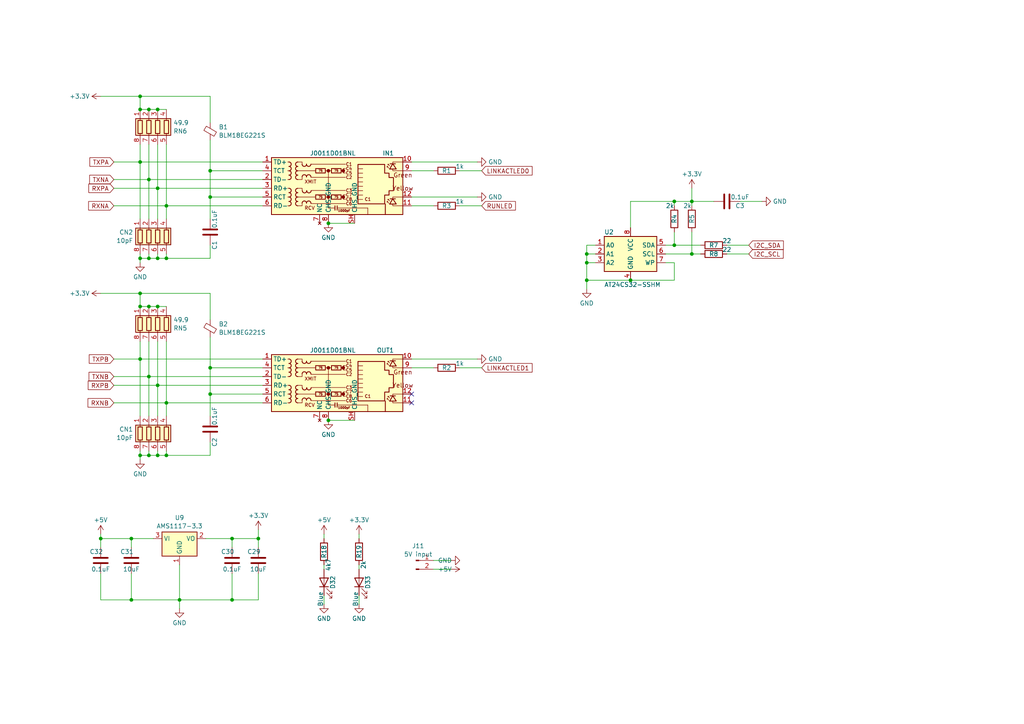
<source format=kicad_sch>
(kicad_sch
	(version 20231120)
	(generator "eeschema")
	(generator_version "8.0")
	(uuid "44502797-95d0-4488-8494-8214d539b93c")
	(paper "A4")
	(title_block
		(title "THCAD reader")
	)
	(lib_symbols
		(symbol "Connector:Conn_01x02_Pin"
			(pin_names
				(offset 1.016) hide)
			(exclude_from_sim no)
			(in_bom yes)
			(on_board yes)
			(property "Reference" "J"
				(at 0 2.54 0)
				(effects
					(font
						(size 1.27 1.27)
					)
				)
			)
			(property "Value" "Conn_01x02_Pin"
				(at 0 -5.08 0)
				(effects
					(font
						(size 1.27 1.27)
					)
				)
			)
			(property "Footprint" ""
				(at 0 0 0)
				(effects
					(font
						(size 1.27 1.27)
					)
					(hide yes)
				)
			)
			(property "Datasheet" "~"
				(at 0 0 0)
				(effects
					(font
						(size 1.27 1.27)
					)
					(hide yes)
				)
			)
			(property "Description" "Generic connector, single row, 01x02, script generated"
				(at 0 0 0)
				(effects
					(font
						(size 1.27 1.27)
					)
					(hide yes)
				)
			)
			(property "ki_locked" ""
				(at 0 0 0)
				(effects
					(font
						(size 1.27 1.27)
					)
				)
			)
			(property "ki_keywords" "connector"
				(at 0 0 0)
				(effects
					(font
						(size 1.27 1.27)
					)
					(hide yes)
				)
			)
			(property "ki_fp_filters" "Connector*:*_1x??_*"
				(at 0 0 0)
				(effects
					(font
						(size 1.27 1.27)
					)
					(hide yes)
				)
			)
			(symbol "Conn_01x02_Pin_1_1"
				(polyline
					(pts
						(xy 1.27 -2.54) (xy 0.8636 -2.54)
					)
					(stroke
						(width 0.1524)
						(type default)
					)
					(fill
						(type none)
					)
				)
				(polyline
					(pts
						(xy 1.27 0) (xy 0.8636 0)
					)
					(stroke
						(width 0.1524)
						(type default)
					)
					(fill
						(type none)
					)
				)
				(rectangle
					(start 0.8636 -2.413)
					(end 0 -2.667)
					(stroke
						(width 0.1524)
						(type default)
					)
					(fill
						(type outline)
					)
				)
				(rectangle
					(start 0.8636 0.127)
					(end 0 -0.127)
					(stroke
						(width 0.1524)
						(type default)
					)
					(fill
						(type outline)
					)
				)
				(pin passive line
					(at 5.08 0 180)
					(length 3.81)
					(name "Pin_1"
						(effects
							(font
								(size 1.27 1.27)
							)
						)
					)
					(number "1"
						(effects
							(font
								(size 1.27 1.27)
							)
						)
					)
				)
				(pin passive line
					(at 5.08 -2.54 180)
					(length 3.81)
					(name "Pin_2"
						(effects
							(font
								(size 1.27 1.27)
							)
						)
					)
					(number "2"
						(effects
							(font
								(size 1.27 1.27)
							)
						)
					)
				)
			)
		)
		(symbol "Device:C"
			(pin_numbers hide)
			(pin_names
				(offset 0.254)
			)
			(exclude_from_sim no)
			(in_bom yes)
			(on_board yes)
			(property "Reference" "C"
				(at 0.635 2.54 0)
				(effects
					(font
						(size 1.27 1.27)
					)
					(justify left)
				)
			)
			(property "Value" "C"
				(at 0.635 -2.54 0)
				(effects
					(font
						(size 1.27 1.27)
					)
					(justify left)
				)
			)
			(property "Footprint" ""
				(at 0.9652 -3.81 0)
				(effects
					(font
						(size 1.27 1.27)
					)
					(hide yes)
				)
			)
			(property "Datasheet" "~"
				(at 0 0 0)
				(effects
					(font
						(size 1.27 1.27)
					)
					(hide yes)
				)
			)
			(property "Description" "Unpolarized capacitor"
				(at 0 0 0)
				(effects
					(font
						(size 1.27 1.27)
					)
					(hide yes)
				)
			)
			(property "ki_keywords" "cap capacitor"
				(at 0 0 0)
				(effects
					(font
						(size 1.27 1.27)
					)
					(hide yes)
				)
			)
			(property "ki_fp_filters" "C_*"
				(at 0 0 0)
				(effects
					(font
						(size 1.27 1.27)
					)
					(hide yes)
				)
			)
			(symbol "C_0_1"
				(polyline
					(pts
						(xy -2.032 -0.762) (xy 2.032 -0.762)
					)
					(stroke
						(width 0.508)
						(type default)
					)
					(fill
						(type none)
					)
				)
				(polyline
					(pts
						(xy -2.032 0.762) (xy 2.032 0.762)
					)
					(stroke
						(width 0.508)
						(type default)
					)
					(fill
						(type none)
					)
				)
			)
			(symbol "C_1_1"
				(pin passive line
					(at 0 3.81 270)
					(length 2.794)
					(name "~"
						(effects
							(font
								(size 1.27 1.27)
							)
						)
					)
					(number "1"
						(effects
							(font
								(size 1.27 1.27)
							)
						)
					)
				)
				(pin passive line
					(at 0 -3.81 90)
					(length 2.794)
					(name "~"
						(effects
							(font
								(size 1.27 1.27)
							)
						)
					)
					(number "2"
						(effects
							(font
								(size 1.27 1.27)
							)
						)
					)
				)
			)
		)
		(symbol "Device:FerriteBead_Small"
			(pin_numbers hide)
			(pin_names
				(offset 0)
			)
			(exclude_from_sim no)
			(in_bom yes)
			(on_board yes)
			(property "Reference" "FB"
				(at 1.905 1.27 0)
				(effects
					(font
						(size 1.27 1.27)
					)
					(justify left)
				)
			)
			(property "Value" "FerriteBead_Small"
				(at 1.905 -1.27 0)
				(effects
					(font
						(size 1.27 1.27)
					)
					(justify left)
				)
			)
			(property "Footprint" ""
				(at -1.778 0 90)
				(effects
					(font
						(size 1.27 1.27)
					)
					(hide yes)
				)
			)
			(property "Datasheet" "~"
				(at 0 0 0)
				(effects
					(font
						(size 1.27 1.27)
					)
					(hide yes)
				)
			)
			(property "Description" "Ferrite bead, small symbol"
				(at 0 0 0)
				(effects
					(font
						(size 1.27 1.27)
					)
					(hide yes)
				)
			)
			(property "ki_keywords" "L ferrite bead inductor filter"
				(at 0 0 0)
				(effects
					(font
						(size 1.27 1.27)
					)
					(hide yes)
				)
			)
			(property "ki_fp_filters" "Inductor_* L_* *Ferrite*"
				(at 0 0 0)
				(effects
					(font
						(size 1.27 1.27)
					)
					(hide yes)
				)
			)
			(symbol "FerriteBead_Small_0_1"
				(polyline
					(pts
						(xy 0 -1.27) (xy 0 -0.7874)
					)
					(stroke
						(width 0)
						(type default)
					)
					(fill
						(type none)
					)
				)
				(polyline
					(pts
						(xy 0 0.889) (xy 0 1.2954)
					)
					(stroke
						(width 0)
						(type default)
					)
					(fill
						(type none)
					)
				)
				(polyline
					(pts
						(xy -1.8288 0.2794) (xy -1.1176 1.4986) (xy 1.8288 -0.2032) (xy 1.1176 -1.4224) (xy -1.8288 0.2794)
					)
					(stroke
						(width 0)
						(type default)
					)
					(fill
						(type none)
					)
				)
			)
			(symbol "FerriteBead_Small_1_1"
				(pin passive line
					(at 0 2.54 270)
					(length 1.27)
					(name "~"
						(effects
							(font
								(size 1.27 1.27)
							)
						)
					)
					(number "1"
						(effects
							(font
								(size 1.27 1.27)
							)
						)
					)
				)
				(pin passive line
					(at 0 -2.54 90)
					(length 1.27)
					(name "~"
						(effects
							(font
								(size 1.27 1.27)
							)
						)
					)
					(number "2"
						(effects
							(font
								(size 1.27 1.27)
							)
						)
					)
				)
			)
		)
		(symbol "Device:LED"
			(pin_numbers hide)
			(pin_names
				(offset 1.016) hide)
			(exclude_from_sim no)
			(in_bom yes)
			(on_board yes)
			(property "Reference" "D"
				(at 0 2.54 0)
				(effects
					(font
						(size 1.27 1.27)
					)
				)
			)
			(property "Value" "LED"
				(at 0 -2.54 0)
				(effects
					(font
						(size 1.27 1.27)
					)
				)
			)
			(property "Footprint" ""
				(at 0 0 0)
				(effects
					(font
						(size 1.27 1.27)
					)
					(hide yes)
				)
			)
			(property "Datasheet" "~"
				(at 0 0 0)
				(effects
					(font
						(size 1.27 1.27)
					)
					(hide yes)
				)
			)
			(property "Description" "Light emitting diode"
				(at 0 0 0)
				(effects
					(font
						(size 1.27 1.27)
					)
					(hide yes)
				)
			)
			(property "ki_keywords" "LED diode"
				(at 0 0 0)
				(effects
					(font
						(size 1.27 1.27)
					)
					(hide yes)
				)
			)
			(property "ki_fp_filters" "LED* LED_SMD:* LED_THT:*"
				(at 0 0 0)
				(effects
					(font
						(size 1.27 1.27)
					)
					(hide yes)
				)
			)
			(symbol "LED_0_1"
				(polyline
					(pts
						(xy -1.27 -1.27) (xy -1.27 1.27)
					)
					(stroke
						(width 0.254)
						(type default)
					)
					(fill
						(type none)
					)
				)
				(polyline
					(pts
						(xy -1.27 0) (xy 1.27 0)
					)
					(stroke
						(width 0)
						(type default)
					)
					(fill
						(type none)
					)
				)
				(polyline
					(pts
						(xy 1.27 -1.27) (xy 1.27 1.27) (xy -1.27 0) (xy 1.27 -1.27)
					)
					(stroke
						(width 0.254)
						(type default)
					)
					(fill
						(type none)
					)
				)
				(polyline
					(pts
						(xy -3.048 -0.762) (xy -4.572 -2.286) (xy -3.81 -2.286) (xy -4.572 -2.286) (xy -4.572 -1.524)
					)
					(stroke
						(width 0)
						(type default)
					)
					(fill
						(type none)
					)
				)
				(polyline
					(pts
						(xy -1.778 -0.762) (xy -3.302 -2.286) (xy -2.54 -2.286) (xy -3.302 -2.286) (xy -3.302 -1.524)
					)
					(stroke
						(width 0)
						(type default)
					)
					(fill
						(type none)
					)
				)
			)
			(symbol "LED_1_1"
				(pin passive line
					(at -3.81 0 0)
					(length 2.54)
					(name "K"
						(effects
							(font
								(size 1.27 1.27)
							)
						)
					)
					(number "1"
						(effects
							(font
								(size 1.27 1.27)
							)
						)
					)
				)
				(pin passive line
					(at 3.81 0 180)
					(length 2.54)
					(name "A"
						(effects
							(font
								(size 1.27 1.27)
							)
						)
					)
					(number "2"
						(effects
							(font
								(size 1.27 1.27)
							)
						)
					)
				)
			)
		)
		(symbol "Device:R"
			(pin_numbers hide)
			(pin_names
				(offset 0)
			)
			(exclude_from_sim no)
			(in_bom yes)
			(on_board yes)
			(property "Reference" "R"
				(at 2.032 0 90)
				(effects
					(font
						(size 1.27 1.27)
					)
				)
			)
			(property "Value" "R"
				(at 0 0 90)
				(effects
					(font
						(size 1.27 1.27)
					)
				)
			)
			(property "Footprint" ""
				(at -1.778 0 90)
				(effects
					(font
						(size 1.27 1.27)
					)
					(hide yes)
				)
			)
			(property "Datasheet" "~"
				(at 0 0 0)
				(effects
					(font
						(size 1.27 1.27)
					)
					(hide yes)
				)
			)
			(property "Description" "Resistor"
				(at 0 0 0)
				(effects
					(font
						(size 1.27 1.27)
					)
					(hide yes)
				)
			)
			(property "ki_keywords" "R res resistor"
				(at 0 0 0)
				(effects
					(font
						(size 1.27 1.27)
					)
					(hide yes)
				)
			)
			(property "ki_fp_filters" "R_*"
				(at 0 0 0)
				(effects
					(font
						(size 1.27 1.27)
					)
					(hide yes)
				)
			)
			(symbol "R_0_1"
				(rectangle
					(start -1.016 -2.54)
					(end 1.016 2.54)
					(stroke
						(width 0.254)
						(type default)
					)
					(fill
						(type none)
					)
				)
			)
			(symbol "R_1_1"
				(pin passive line
					(at 0 3.81 270)
					(length 1.27)
					(name "~"
						(effects
							(font
								(size 1.27 1.27)
							)
						)
					)
					(number "1"
						(effects
							(font
								(size 1.27 1.27)
							)
						)
					)
				)
				(pin passive line
					(at 0 -3.81 90)
					(length 1.27)
					(name "~"
						(effects
							(font
								(size 1.27 1.27)
							)
						)
					)
					(number "2"
						(effects
							(font
								(size 1.27 1.27)
							)
						)
					)
				)
			)
		)
		(symbol "Device:R_Pack04"
			(pin_names
				(offset 0) hide)
			(exclude_from_sim no)
			(in_bom yes)
			(on_board yes)
			(property "Reference" "RN"
				(at -7.62 0 90)
				(effects
					(font
						(size 1.27 1.27)
					)
				)
			)
			(property "Value" "R_Pack04"
				(at 5.08 0 90)
				(effects
					(font
						(size 1.27 1.27)
					)
				)
			)
			(property "Footprint" ""
				(at 6.985 0 90)
				(effects
					(font
						(size 1.27 1.27)
					)
					(hide yes)
				)
			)
			(property "Datasheet" "~"
				(at 0 0 0)
				(effects
					(font
						(size 1.27 1.27)
					)
					(hide yes)
				)
			)
			(property "Description" "4 resistor network, parallel topology"
				(at 0 0 0)
				(effects
					(font
						(size 1.27 1.27)
					)
					(hide yes)
				)
			)
			(property "ki_keywords" "R network parallel topology isolated"
				(at 0 0 0)
				(effects
					(font
						(size 1.27 1.27)
					)
					(hide yes)
				)
			)
			(property "ki_fp_filters" "DIP* SOIC* R*Array*Concave* R*Array*Convex* MSOP*"
				(at 0 0 0)
				(effects
					(font
						(size 1.27 1.27)
					)
					(hide yes)
				)
			)
			(symbol "R_Pack04_0_1"
				(rectangle
					(start -6.35 -2.413)
					(end 3.81 2.413)
					(stroke
						(width 0.254)
						(type default)
					)
					(fill
						(type background)
					)
				)
				(rectangle
					(start -5.715 1.905)
					(end -4.445 -1.905)
					(stroke
						(width 0.254)
						(type default)
					)
					(fill
						(type none)
					)
				)
				(rectangle
					(start -3.175 1.905)
					(end -1.905 -1.905)
					(stroke
						(width 0.254)
						(type default)
					)
					(fill
						(type none)
					)
				)
				(rectangle
					(start -0.635 1.905)
					(end 0.635 -1.905)
					(stroke
						(width 0.254)
						(type default)
					)
					(fill
						(type none)
					)
				)
				(polyline
					(pts
						(xy -5.08 -2.54) (xy -5.08 -1.905)
					)
					(stroke
						(width 0)
						(type default)
					)
					(fill
						(type none)
					)
				)
				(polyline
					(pts
						(xy -5.08 1.905) (xy -5.08 2.54)
					)
					(stroke
						(width 0)
						(type default)
					)
					(fill
						(type none)
					)
				)
				(polyline
					(pts
						(xy -2.54 -2.54) (xy -2.54 -1.905)
					)
					(stroke
						(width 0)
						(type default)
					)
					(fill
						(type none)
					)
				)
				(polyline
					(pts
						(xy -2.54 1.905) (xy -2.54 2.54)
					)
					(stroke
						(width 0)
						(type default)
					)
					(fill
						(type none)
					)
				)
				(polyline
					(pts
						(xy 0 -2.54) (xy 0 -1.905)
					)
					(stroke
						(width 0)
						(type default)
					)
					(fill
						(type none)
					)
				)
				(polyline
					(pts
						(xy 0 1.905) (xy 0 2.54)
					)
					(stroke
						(width 0)
						(type default)
					)
					(fill
						(type none)
					)
				)
				(polyline
					(pts
						(xy 2.54 -2.54) (xy 2.54 -1.905)
					)
					(stroke
						(width 0)
						(type default)
					)
					(fill
						(type none)
					)
				)
				(polyline
					(pts
						(xy 2.54 1.905) (xy 2.54 2.54)
					)
					(stroke
						(width 0)
						(type default)
					)
					(fill
						(type none)
					)
				)
				(rectangle
					(start 1.905 1.905)
					(end 3.175 -1.905)
					(stroke
						(width 0.254)
						(type default)
					)
					(fill
						(type none)
					)
				)
			)
			(symbol "R_Pack04_1_1"
				(pin passive line
					(at -5.08 -5.08 90)
					(length 2.54)
					(name "R1.1"
						(effects
							(font
								(size 1.27 1.27)
							)
						)
					)
					(number "1"
						(effects
							(font
								(size 1.27 1.27)
							)
						)
					)
				)
				(pin passive line
					(at -2.54 -5.08 90)
					(length 2.54)
					(name "R2.1"
						(effects
							(font
								(size 1.27 1.27)
							)
						)
					)
					(number "2"
						(effects
							(font
								(size 1.27 1.27)
							)
						)
					)
				)
				(pin passive line
					(at 0 -5.08 90)
					(length 2.54)
					(name "R3.1"
						(effects
							(font
								(size 1.27 1.27)
							)
						)
					)
					(number "3"
						(effects
							(font
								(size 1.27 1.27)
							)
						)
					)
				)
				(pin passive line
					(at 2.54 -5.08 90)
					(length 2.54)
					(name "R4.1"
						(effects
							(font
								(size 1.27 1.27)
							)
						)
					)
					(number "4"
						(effects
							(font
								(size 1.27 1.27)
							)
						)
					)
				)
				(pin passive line
					(at 2.54 5.08 270)
					(length 2.54)
					(name "R4.2"
						(effects
							(font
								(size 1.27 1.27)
							)
						)
					)
					(number "5"
						(effects
							(font
								(size 1.27 1.27)
							)
						)
					)
				)
				(pin passive line
					(at 0 5.08 270)
					(length 2.54)
					(name "R3.2"
						(effects
							(font
								(size 1.27 1.27)
							)
						)
					)
					(number "6"
						(effects
							(font
								(size 1.27 1.27)
							)
						)
					)
				)
				(pin passive line
					(at -2.54 5.08 270)
					(length 2.54)
					(name "R2.2"
						(effects
							(font
								(size 1.27 1.27)
							)
						)
					)
					(number "7"
						(effects
							(font
								(size 1.27 1.27)
							)
						)
					)
				)
				(pin passive line
					(at -5.08 5.08 270)
					(length 2.54)
					(name "R1.2"
						(effects
							(font
								(size 1.27 1.27)
							)
						)
					)
					(number "8"
						(effects
							(font
								(size 1.27 1.27)
							)
						)
					)
				)
			)
		)
		(symbol "HakansLibrary:J0011D01BNL"
			(exclude_from_sim no)
			(in_bom yes)
			(on_board yes)
			(property "Reference" "J"
				(at 17.78 10.16 0)
				(effects
					(font
						(size 1.27 1.27)
					)
					(justify right)
				)
			)
			(property "Value" "J0011D01BNL"
				(at 0 10.16 0)
				(effects
					(font
						(size 1.27 1.27)
					)
				)
			)
			(property "Footprint" ""
				(at 0 12.7 0)
				(effects
					(font
						(size 1.27 1.27)
					)
					(hide yes)
				)
			)
			(property "Datasheet" ""
				(at 0 16.51 0)
				(effects
					(font
						(size 1.27 1.27)
					)
					(justify top)
					(hide yes)
				)
			)
			(property "Description" "LAN Transformer Jack, RJ45, 10/100 BaseT"
				(at 0 0 0)
				(effects
					(font
						(size 1.27 1.27)
					)
					(hide yes)
				)
			)
			(property "ki_keywords" "lan jack socket transformer"
				(at 0 0 0)
				(effects
					(font
						(size 1.27 1.27)
					)
					(hide yes)
				)
			)
			(property "ki_fp_filters" "RJ45*Wuerth*7499010121A*"
				(at 0 0 0)
				(effects
					(font
						(size 1.27 1.27)
					)
					(hide yes)
				)
			)
			(symbol "J0011D01BNL_0_0"
				(circle
					(center -1.27 -2.54)
					(radius 0.0001)
					(stroke
						(width 0.508)
						(type default)
					)
					(fill
						(type none)
					)
				)
				(circle
					(center -1.27 5.08)
					(radius 0.0001)
					(stroke
						(width 0.508)
						(type default)
					)
					(fill
						(type none)
					)
				)
				(polyline
					(pts
						(xy -1.27 5.08) (xy -1.27 -5.715)
					)
					(stroke
						(width 0)
						(type default)
					)
					(fill
						(type none)
					)
				)
				(polyline
					(pts
						(xy 0.635 -5.08) (xy 0.635 -6.35)
					)
					(stroke
						(width 0.254)
						(type default)
					)
					(fill
						(type none)
					)
				)
				(polyline
					(pts
						(xy 1.27 -5.08) (xy 1.27 -6.35)
					)
					(stroke
						(width 0.254)
						(type default)
					)
					(fill
						(type none)
					)
				)
				(polyline
					(pts
						(xy 3.048 -2.54) (xy 2.54 -2.54)
					)
					(stroke
						(width 0)
						(type default)
					)
					(fill
						(type none)
					)
				)
				(polyline
					(pts
						(xy 3.048 5.08) (xy 2.54 5.08)
					)
					(stroke
						(width 0)
						(type default)
					)
					(fill
						(type none)
					)
				)
				(polyline
					(pts
						(xy 17.399 -3.175) (xy 17.399 -2.54) (xy 20.32 -2.54)
					)
					(stroke
						(width 0)
						(type default)
					)
					(fill
						(type none)
					)
				)
				(polyline
					(pts
						(xy 17.399 6.985) (xy 17.399 7.62) (xy 20.32 7.62)
					)
					(stroke
						(width 0)
						(type default)
					)
					(fill
						(type none)
					)
				)
				(polyline
					(pts
						(xy 20.32 -5.08) (xy 17.399 -5.08) (xy 17.399 -4.572)
					)
					(stroke
						(width 0)
						(type default)
					)
					(fill
						(type none)
					)
				)
				(polyline
					(pts
						(xy 20.32 5.08) (xy 17.399 5.08) (xy 17.399 5.588)
					)
					(stroke
						(width 0)
						(type default)
					)
					(fill
						(type none)
					)
				)
				(polyline
					(pts
						(xy 3.683 -1.905) (xy 3.048 -1.905) (xy 3.048 -3.175) (xy 3.683 -3.175)
					)
					(stroke
						(width 0)
						(type default)
					)
					(fill
						(type none)
					)
				)
				(polyline
					(pts
						(xy 3.683 5.715) (xy 3.048 5.715) (xy 3.048 4.445) (xy 3.683 4.445)
					)
					(stroke
						(width 0)
						(type default)
					)
					(fill
						(type none)
					)
				)
				(circle
					(center 3.048 -2.54)
					(radius 0.0001)
					(stroke
						(width 0.508)
						(type default)
					)
					(fill
						(type none)
					)
				)
				(circle
					(center 3.048 5.08)
					(radius 0.0001)
					(stroke
						(width 0.508)
						(type default)
					)
					(fill
						(type none)
					)
				)
				(text "C1"
					(at 4.699 6.985 0)
					(effects
						(font
							(size 0.889 0.889)
						)
					)
				)
				(text "C1"
					(at 10.16 -3.175 0)
					(effects
						(font
							(size 0.889 0.889)
						)
					)
				)
				(text "C2"
					(at 4.699 3.175 0)
					(effects
						(font
							(size 0.889 0.889)
						)
					)
				)
				(text "C3"
					(at 4.699 -0.635 0)
					(effects
						(font
							(size 0.889 0.889)
						)
					)
				)
				(text "C4"
					(at 4.699 5.715 0)
					(effects
						(font
							(size 0.889 0.889)
						)
					)
				)
				(text "C5"
					(at 4.699 4.445 0)
					(effects
						(font
							(size 0.889 0.889)
						)
					)
				)
				(text "C6"
					(at 4.699 -4.445 0)
					(effects
						(font
							(size 0.889 0.889)
						)
					)
				)
				(text "C7"
					(at 4.699 -1.905 0)
					(effects
						(font
							(size 0.889 0.889)
						)
					)
				)
				(text "C8"
					(at 4.699 -3.175 0)
					(effects
						(font
							(size 0.889 0.889)
						)
					)
				)
				(text "RCV"
					(at -8.255 -5.715 0)
					(effects
						(font
							(size 1.016 1.016)
						)
						(justify left)
					)
				)
				(text "XMIT"
					(at -8.255 1.905 0)
					(effects
						(font
							(size 1.016 1.016)
						)
						(justify left)
					)
				)
			)
			(symbol "J0011D01BNL_0_1"
				(rectangle
					(start -17.78 8.89)
					(end 20.32 -7.62)
					(stroke
						(width 0.254)
						(type default)
					)
					(fill
						(type background)
					)
				)
				(polyline
					(pts
						(xy -12.7 -5.08) (xy -13.081 -5.08)
					)
					(stroke
						(width 0)
						(type default)
					)
					(fill
						(type none)
					)
				)
				(polyline
					(pts
						(xy -12.7 -2.54) (xy -13.081 -2.54)
					)
					(stroke
						(width 0)
						(type default)
					)
					(fill
						(type none)
					)
				)
				(polyline
					(pts
						(xy -12.7 0) (xy -13.081 0)
					)
					(stroke
						(width 0)
						(type default)
					)
					(fill
						(type none)
					)
				)
				(polyline
					(pts
						(xy -12.7 2.54) (xy -13.081 2.54)
					)
					(stroke
						(width 0)
						(type default)
					)
					(fill
						(type none)
					)
				)
				(polyline
					(pts
						(xy -12.7 5.08) (xy -13.081 5.08)
					)
					(stroke
						(width 0)
						(type default)
					)
					(fill
						(type none)
					)
				)
				(polyline
					(pts
						(xy -12.7 7.62) (xy -13.081 7.62)
					)
					(stroke
						(width 0)
						(type default)
					)
					(fill
						(type none)
					)
				)
				(polyline
					(pts
						(xy -6.35 -4.445) (xy 3.683 -4.445)
					)
					(stroke
						(width 0)
						(type default)
					)
					(fill
						(type none)
					)
				)
				(polyline
					(pts
						(xy -6.35 3.175) (xy 3.683 3.175)
					)
					(stroke
						(width 0)
						(type default)
					)
					(fill
						(type none)
					)
				)
				(polyline
					(pts
						(xy -6.35 6.985) (xy 3.683 6.985)
					)
					(stroke
						(width 0)
						(type default)
					)
					(fill
						(type none)
					)
				)
				(polyline
					(pts
						(xy -6.223 -0.635) (xy 3.683 -0.635)
					)
					(stroke
						(width 0)
						(type default)
					)
					(fill
						(type none)
					)
				)
				(polyline
					(pts
						(xy -5.08 -2.54) (xy -10.16 -2.54)
					)
					(stroke
						(width 0)
						(type default)
					)
					(fill
						(type none)
					)
				)
				(polyline
					(pts
						(xy -4.953 5.08) (xy -10.16 5.08)
					)
					(stroke
						(width 0)
						(type default)
					)
					(fill
						(type none)
					)
				)
				(polyline
					(pts
						(xy -2.159 -2.54) (xy -0.381 -2.54)
					)
					(stroke
						(width 0)
						(type default)
					)
					(fill
						(type none)
					)
				)
				(polyline
					(pts
						(xy -2.159 5.08) (xy -0.381 5.08)
					)
					(stroke
						(width 0)
						(type default)
					)
					(fill
						(type none)
					)
				)
				(polyline
					(pts
						(xy 0.635 -5.715) (xy -1.27 -5.715)
					)
					(stroke
						(width 0)
						(type default)
					)
					(fill
						(type none)
					)
				)
				(polyline
					(pts
						(xy 7.4295 -1.9685) (xy 8.6995 -1.9685)
					)
					(stroke
						(width 0)
						(type default)
					)
					(fill
						(type none)
					)
				)
				(polyline
					(pts
						(xy 7.4295 -0.6985) (xy 8.6995 -0.6985)
					)
					(stroke
						(width 0)
						(type default)
					)
					(fill
						(type none)
					)
				)
				(polyline
					(pts
						(xy 7.4295 0.5715) (xy 8.6995 0.5715)
					)
					(stroke
						(width 0)
						(type default)
					)
					(fill
						(type none)
					)
				)
				(polyline
					(pts
						(xy 7.4295 1.8415) (xy 8.6995 1.8415)
					)
					(stroke
						(width 0)
						(type default)
					)
					(fill
						(type none)
					)
				)
				(polyline
					(pts
						(xy 7.4295 3.1115) (xy 8.6995 3.1115)
					)
					(stroke
						(width 0)
						(type default)
					)
					(fill
						(type none)
					)
				)
				(polyline
					(pts
						(xy 8.6995 -3.2385) (xy 7.4295 -3.2385)
					)
					(stroke
						(width 0)
						(type default)
					)
					(fill
						(type none)
					)
				)
				(polyline
					(pts
						(xy 8.6995 4.3815) (xy 7.4295 4.3815)
					)
					(stroke
						(width 0)
						(type default)
					)
					(fill
						(type none)
					)
				)
				(polyline
					(pts
						(xy 8.6995 5.6515) (xy 7.4295 5.6515)
					)
					(stroke
						(width 0)
						(type default)
					)
					(fill
						(type none)
					)
				)
				(polyline
					(pts
						(xy 10.16 -5.715) (xy 1.27 -5.715)
					)
					(stroke
						(width 0)
						(type default)
					)
					(fill
						(type none)
					)
				)
				(polyline
					(pts
						(xy 10.16 -5.715) (xy 10.16 -7.62)
					)
					(stroke
						(width 0)
						(type default)
					)
					(fill
						(type none)
					)
				)
				(polyline
					(pts
						(xy -10.16 0) (xy -8.89 0) (xy -8.89 -0.635)
					)
					(stroke
						(width 0)
						(type default)
					)
					(fill
						(type none)
					)
				)
				(polyline
					(pts
						(xy -10.16 7.62) (xy -8.89 7.62) (xy -8.89 6.985)
					)
					(stroke
						(width 0)
						(type default)
					)
					(fill
						(type none)
					)
				)
				(polyline
					(pts
						(xy -8.89 -4.445) (xy -8.89 -5.08) (xy -10.16 -5.08)
					)
					(stroke
						(width 0)
						(type default)
					)
					(fill
						(type none)
					)
				)
				(polyline
					(pts
						(xy -8.89 3.175) (xy -8.89 2.54) (xy -10.16 2.54)
					)
					(stroke
						(width 0)
						(type default)
					)
					(fill
						(type none)
					)
				)
			)
			(symbol "J0011D01BNL_1_0"
				(text "1000pF"
					(at 3.302 -6.477 0)
					(effects
						(font
							(size 0.635 0.635)
						)
					)
				)
			)
			(symbol "J0011D01BNL_1_1"
				(arc
					(start -12.7 -1.27)
					(mid -12.0677 -0.635)
					(end -12.7 0)
					(stroke
						(width 0.254)
						(type default)
					)
					(fill
						(type none)
					)
				)
				(arc
					(start -12.6973 -5.08)
					(mid -12.065 -4.445)
					(end -12.6973 -3.81)
					(stroke
						(width 0.254)
						(type default)
					)
					(fill
						(type none)
					)
				)
				(arc
					(start -12.6973 -3.81)
					(mid -12.065 -3.175)
					(end -12.6973 -2.54)
					(stroke
						(width 0.254)
						(type default)
					)
					(fill
						(type none)
					)
				)
				(arc
					(start -12.6973 -2.54)
					(mid -12.065 -1.905)
					(end -12.6973 -1.27)
					(stroke
						(width 0.254)
						(type default)
					)
					(fill
						(type none)
					)
				)
				(arc
					(start -12.6973 6.35)
					(mid -12.065 6.985)
					(end -12.6973 7.62)
					(stroke
						(width 0.254)
						(type default)
					)
					(fill
						(type none)
					)
				)
				(arc
					(start -12.6946 2.54)
					(mid -12.0623 3.175)
					(end -12.6946 3.81)
					(stroke
						(width 0.254)
						(type default)
					)
					(fill
						(type none)
					)
				)
				(arc
					(start -12.6946 3.81)
					(mid -12.0623 4.445)
					(end -12.6946 5.08)
					(stroke
						(width 0.254)
						(type default)
					)
					(fill
						(type none)
					)
				)
				(arc
					(start -12.6946 5.08)
					(mid -12.0623 5.715)
					(end -12.6946 6.35)
					(stroke
						(width 0.254)
						(type default)
					)
					(fill
						(type none)
					)
				)
				(arc
					(start -10.1654 -2.54)
					(mid -10.7977 -3.175)
					(end -10.1654 -3.81)
					(stroke
						(width 0.254)
						(type default)
					)
					(fill
						(type none)
					)
				)
				(arc
					(start -10.1654 -1.27)
					(mid -10.7977 -1.905)
					(end -10.1654 -2.54)
					(stroke
						(width 0.254)
						(type default)
					)
					(fill
						(type none)
					)
				)
				(arc
					(start -10.1654 0)
					(mid -10.7977 -0.635)
					(end -10.1654 -1.27)
					(stroke
						(width 0.254)
						(type default)
					)
					(fill
						(type none)
					)
				)
				(arc
					(start -10.1654 5.08)
					(mid -10.7977 4.445)
					(end -10.1654 3.81)
					(stroke
						(width 0.254)
						(type default)
					)
					(fill
						(type none)
					)
				)
				(arc
					(start -10.1654 6.35)
					(mid -10.7977 5.715)
					(end -10.1654 5.08)
					(stroke
						(width 0.254)
						(type default)
					)
					(fill
						(type none)
					)
				)
				(arc
					(start -10.1654 7.62)
					(mid -10.7977 6.985)
					(end -10.1654 6.35)
					(stroke
						(width 0.254)
						(type default)
					)
					(fill
						(type none)
					)
				)
				(arc
					(start -10.1627 -3.81)
					(mid -10.795 -4.445)
					(end -10.1627 -5.08)
					(stroke
						(width 0.254)
						(type default)
					)
					(fill
						(type none)
					)
				)
				(arc
					(start -10.1627 3.81)
					(mid -10.795 3.175)
					(end -10.1627 2.54)
					(stroke
						(width 0.254)
						(type default)
					)
					(fill
						(type none)
					)
				)
				(arc
					(start -8.89 6.9823)
					(mid -8.255 6.35)
					(end -7.62 6.9823)
					(stroke
						(width 0.254)
						(type default)
					)
					(fill
						(type none)
					)
				)
				(arc
					(start -8.8265 -0.7012)
					(mid -8.1915 -1.3335)
					(end -7.5565 -0.7012)
					(stroke
						(width 0.254)
						(type default)
					)
					(fill
						(type none)
					)
				)
				(arc
					(start -7.62 -4.3153)
					(mid -8.255 -3.683)
					(end -8.89 -4.3153)
					(stroke
						(width 0.254)
						(type default)
					)
					(fill
						(type none)
					)
				)
				(arc
					(start -7.62 3.3047)
					(mid -8.255 3.937)
					(end -8.89 3.3047)
					(stroke
						(width 0.254)
						(type default)
					)
					(fill
						(type none)
					)
				)
				(arc
					(start -7.62 6.985)
					(mid -6.985 6.3527)
					(end -6.35 6.985)
					(stroke
						(width 0.254)
						(type default)
					)
					(fill
						(type none)
					)
				)
				(arc
					(start -7.5565 -0.6985)
					(mid -6.9215 -1.3308)
					(end -6.2865 -0.6985)
					(stroke
						(width 0.254)
						(type default)
					)
					(fill
						(type none)
					)
				)
				(arc
					(start -6.35 -4.3126)
					(mid -6.985 -3.6803)
					(end -7.62 -4.3126)
					(stroke
						(width 0.254)
						(type default)
					)
					(fill
						(type none)
					)
				)
				(arc
					(start -6.35 3.3074)
					(mid -6.985 3.9397)
					(end -7.62 3.3074)
					(stroke
						(width 0.254)
						(type default)
					)
					(fill
						(type none)
					)
				)
				(rectangle
					(start -4.953 -1.905)
					(end -2.159 -3.175)
					(stroke
						(width 0.254)
						(type default)
					)
					(fill
						(type none)
					)
				)
				(rectangle
					(start -4.953 5.715)
					(end -2.159 4.445)
					(stroke
						(width 0.254)
						(type default)
					)
					(fill
						(type none)
					)
				)
				(rectangle
					(start -0.381 -1.905)
					(end 2.413 -3.175)
					(stroke
						(width 0.254)
						(type default)
					)
					(fill
						(type none)
					)
				)
				(rectangle
					(start -0.381 5.715)
					(end 2.413 4.445)
					(stroke
						(width 0.254)
						(type default)
					)
					(fill
						(type none)
					)
				)
				(polyline
					(pts
						(xy 15.24 -7.62) (xy 15.24 -4.572)
					)
					(stroke
						(width 0.254)
						(type default)
					)
					(fill
						(type none)
					)
				)
				(polyline
					(pts
						(xy 15.748 -3.81) (xy 15.748 -4.064)
					)
					(stroke
						(width 0)
						(type default)
					)
					(fill
						(type none)
					)
				)
				(polyline
					(pts
						(xy 15.748 6.35) (xy 15.748 6.096)
					)
					(stroke
						(width 0)
						(type default)
					)
					(fill
						(type none)
					)
				)
				(polyline
					(pts
						(xy 16.002 -3.175) (xy 16.002 -3.429)
					)
					(stroke
						(width 0)
						(type default)
					)
					(fill
						(type none)
					)
				)
				(polyline
					(pts
						(xy 16.002 6.985) (xy 16.002 6.731)
					)
					(stroke
						(width 0)
						(type default)
					)
					(fill
						(type none)
					)
				)
				(polyline
					(pts
						(xy 16.637 -3.048) (xy 18.161 -3.048)
					)
					(stroke
						(width 0.254)
						(type default)
					)
					(fill
						(type none)
					)
				)
				(polyline
					(pts
						(xy 16.637 7.112) (xy 18.161 7.112)
					)
					(stroke
						(width 0.254)
						(type default)
					)
					(fill
						(type none)
					)
				)
				(polyline
					(pts
						(xy 16.256 -4.318) (xy 15.748 -3.81) (xy 16.002 -3.81)
					)
					(stroke
						(width 0)
						(type default)
					)
					(fill
						(type none)
					)
				)
				(polyline
					(pts
						(xy 16.256 5.842) (xy 15.748 6.35) (xy 16.002 6.35)
					)
					(stroke
						(width 0)
						(type default)
					)
					(fill
						(type none)
					)
				)
				(polyline
					(pts
						(xy 16.51 -3.683) (xy 16.002 -3.175) (xy 16.256 -3.175)
					)
					(stroke
						(width 0)
						(type default)
					)
					(fill
						(type none)
					)
				)
				(polyline
					(pts
						(xy 16.51 6.477) (xy 16.002 6.985) (xy 16.256 6.985)
					)
					(stroke
						(width 0)
						(type default)
					)
					(fill
						(type none)
					)
				)
				(polyline
					(pts
						(xy 16.51 -4.572) (xy 18.415 -4.572) (xy 17.399 -3.048) (xy 16.51 -4.572)
					)
					(stroke
						(width 0.254)
						(type default)
					)
					(fill
						(type none)
					)
				)
				(polyline
					(pts
						(xy 16.51 5.588) (xy 18.415 5.588) (xy 17.399 7.112) (xy 16.51 5.588)
					)
					(stroke
						(width 0.254)
						(type default)
					)
					(fill
						(type none)
					)
				)
				(polyline
					(pts
						(xy 7.3025 -4.5085) (xy 7.3025 6.9215) (xy 15.0495 6.9215) (xy 15.0495 4.3815) (xy 16.3195 4.3815)
						(xy 16.3195 3.1115) (xy 17.5895 3.1115) (xy 17.5895 -0.6985) (xy 16.3195 -0.6985) (xy 16.3195 -1.9685)
						(xy 15.0495 -1.9685) (xy 15.0495 -4.5085) (xy 7.3025 -4.5085)
					)
					(stroke
						(width 0.254)
						(type default)
					)
					(fill
						(type none)
					)
				)
				(text "75"
					(at -3.556 -2.54 0)
					(effects
						(font
							(size 0.635 0.635)
						)
					)
				)
				(text "75"
					(at -3.556 5.08 0)
					(effects
						(font
							(size 0.635 0.635)
						)
					)
				)
				(text "75"
					(at 1.016 -2.54 0)
					(effects
						(font
							(size 0.635 0.635)
						)
					)
				)
				(text "75"
					(at 1.016 5.08 0)
					(effects
						(font
							(size 0.635 0.635)
						)
					)
				)
				(text "Green"
					(at 20.32 3.81 0)
					(effects
						(font
							(size 1.27 1.27)
						)
					)
				)
				(text "Yellow"
					(at 20.32 0 0)
					(effects
						(font
							(size 1.27 1.27)
						)
					)
				)
				(pin passive line
					(at -20.32 7.62 0)
					(length 2.54)
					(name "TD+"
						(effects
							(font
								(size 1.27 1.27)
							)
						)
					)
					(number "1"
						(effects
							(font
								(size 1.27 1.27)
							)
						)
					)
				)
				(pin passive line
					(at 22.86 7.62 180)
					(length 2.54)
					(name ""
						(effects
							(font
								(size 1.27 1.27)
							)
						)
					)
					(number "10"
						(effects
							(font
								(size 1.27 1.27)
							)
						)
					)
				)
				(pin passive line
					(at 22.86 -5.08 180)
					(length 2.54)
					(name ""
						(effects
							(font
								(size 1.27 1.27)
							)
						)
					)
					(number "11"
						(effects
							(font
								(size 1.27 1.27)
							)
						)
					)
				)
				(pin passive line
					(at 22.86 -2.54 180)
					(length 2.54)
					(name ""
						(effects
							(font
								(size 1.27 1.27)
							)
						)
					)
					(number "12"
						(effects
							(font
								(size 1.27 1.27)
							)
						)
					)
				)
				(pin passive line
					(at -20.32 2.54 0)
					(length 2.54)
					(name "TD-"
						(effects
							(font
								(size 1.27 1.27)
							)
						)
					)
					(number "2"
						(effects
							(font
								(size 1.27 1.27)
							)
						)
					)
				)
				(pin passive line
					(at -20.32 0 0)
					(length 2.54)
					(name "RD+"
						(effects
							(font
								(size 1.27 1.27)
							)
						)
					)
					(number "3"
						(effects
							(font
								(size 1.27 1.27)
							)
						)
					)
				)
				(pin passive line
					(at -20.32 5.08 0)
					(length 2.54)
					(name "TCT"
						(effects
							(font
								(size 1.27 1.27)
							)
						)
					)
					(number "4"
						(effects
							(font
								(size 1.27 1.27)
							)
						)
					)
				)
				(pin passive line
					(at -20.32 -2.54 0)
					(length 2.54)
					(name "RCT"
						(effects
							(font
								(size 1.27 1.27)
							)
						)
					)
					(number "5"
						(effects
							(font
								(size 1.27 1.27)
							)
						)
					)
				)
				(pin passive line
					(at -20.32 -5.08 0)
					(length 2.54)
					(name "RD-"
						(effects
							(font
								(size 1.27 1.27)
							)
						)
					)
					(number "6"
						(effects
							(font
								(size 1.27 1.27)
							)
						)
					)
				)
				(pin no_connect line
					(at -3.81 -10.16 90)
					(length 2.54)
					(name "NC"
						(effects
							(font
								(size 1.27 1.27)
							)
						)
					)
					(number "7"
						(effects
							(font
								(size 1.27 1.27)
							)
						)
					)
				)
				(pin no_connect line
					(at 20.32 0 0)
					(length 0) hide
					(name "NC"
						(effects
							(font
								(size 1.27 1.27)
							)
						)
					)
					(number "7"
						(effects
							(font
								(size 1.27 1.27)
							)
						)
					)
				)
				(pin power_in line
					(at -1.27 -10.16 90)
					(length 2.54)
					(name "CHS_GND"
						(effects
							(font
								(size 1.27 1.27)
							)
						)
					)
					(number "8"
						(effects
							(font
								(size 1.27 1.27)
							)
						)
					)
				)
				(pin passive line
					(at 22.86 5.08 180)
					(length 2.54)
					(name ""
						(effects
							(font
								(size 1.27 1.27)
							)
						)
					)
					(number "9"
						(effects
							(font
								(size 1.27 1.27)
							)
						)
					)
				)
				(pin power_in line
					(at 6.35 -10.16 90)
					(length 2.54)
					(name "CHS_GND"
						(effects
							(font
								(size 1.27 1.27)
							)
						)
					)
					(number "SH"
						(effects
							(font
								(size 1.27 1.27)
							)
						)
					)
				)
			)
		)
		(symbol "Memory_EEPROM:AT24CS32-SSHM"
			(exclude_from_sim no)
			(in_bom yes)
			(on_board yes)
			(property "Reference" "U"
				(at -7.62 6.35 0)
				(effects
					(font
						(size 1.27 1.27)
					)
				)
			)
			(property "Value" "AT24CS32-SSHM"
				(at 2.54 -6.35 0)
				(effects
					(font
						(size 1.27 1.27)
					)
					(justify left)
				)
			)
			(property "Footprint" "Package_SO:SOIC-8_3.9x4.9mm_P1.27mm"
				(at 0 0 0)
				(effects
					(font
						(size 1.27 1.27)
					)
					(hide yes)
				)
			)
			(property "Datasheet" "http://ww1.microchip.com/downloads/en/DeviceDoc/Atmel-8869-SEEPROM-AT24CS32-Datasheet.pdf"
				(at 0 0 0)
				(effects
					(font
						(size 1.27 1.27)
					)
					(hide yes)
				)
			)
			(property "Description" "I2C Serial EEPROM, 32Kb (4096x8) with Unique Serial Number, SO8"
				(at 0 0 0)
				(effects
					(font
						(size 1.27 1.27)
					)
					(hide yes)
				)
			)
			(property "ki_keywords" "I2C Serial EEPROM Nonvolatile Memory"
				(at 0 0 0)
				(effects
					(font
						(size 1.27 1.27)
					)
					(hide yes)
				)
			)
			(property "ki_fp_filters" "SOIC*3.9x4.9mm*P1.27mm*"
				(at 0 0 0)
				(effects
					(font
						(size 1.27 1.27)
					)
					(hide yes)
				)
			)
			(symbol "AT24CS32-SSHM_1_1"
				(rectangle
					(start -7.62 5.08)
					(end 7.62 -5.08)
					(stroke
						(width 0.254)
						(type default)
					)
					(fill
						(type background)
					)
				)
				(pin input line
					(at -10.16 2.54 0)
					(length 2.54)
					(name "A0"
						(effects
							(font
								(size 1.27 1.27)
							)
						)
					)
					(number "1"
						(effects
							(font
								(size 1.27 1.27)
							)
						)
					)
				)
				(pin input line
					(at -10.16 0 0)
					(length 2.54)
					(name "A1"
						(effects
							(font
								(size 1.27 1.27)
							)
						)
					)
					(number "2"
						(effects
							(font
								(size 1.27 1.27)
							)
						)
					)
				)
				(pin input line
					(at -10.16 -2.54 0)
					(length 2.54)
					(name "A2"
						(effects
							(font
								(size 1.27 1.27)
							)
						)
					)
					(number "3"
						(effects
							(font
								(size 1.27 1.27)
							)
						)
					)
				)
				(pin power_in line
					(at 0 -7.62 90)
					(length 2.54)
					(name "GND"
						(effects
							(font
								(size 1.27 1.27)
							)
						)
					)
					(number "4"
						(effects
							(font
								(size 1.27 1.27)
							)
						)
					)
				)
				(pin bidirectional line
					(at 10.16 2.54 180)
					(length 2.54)
					(name "SDA"
						(effects
							(font
								(size 1.27 1.27)
							)
						)
					)
					(number "5"
						(effects
							(font
								(size 1.27 1.27)
							)
						)
					)
				)
				(pin input line
					(at 10.16 0 180)
					(length 2.54)
					(name "SCL"
						(effects
							(font
								(size 1.27 1.27)
							)
						)
					)
					(number "6"
						(effects
							(font
								(size 1.27 1.27)
							)
						)
					)
				)
				(pin input line
					(at 10.16 -2.54 180)
					(length 2.54)
					(name "WP"
						(effects
							(font
								(size 1.27 1.27)
							)
						)
					)
					(number "7"
						(effects
							(font
								(size 1.27 1.27)
							)
						)
					)
				)
				(pin power_in line
					(at 0 7.62 270)
					(length 2.54)
					(name "VCC"
						(effects
							(font
								(size 1.27 1.27)
							)
						)
					)
					(number "8"
						(effects
							(font
								(size 1.27 1.27)
							)
						)
					)
				)
			)
		)
		(symbol "Regulator_Linear:AMS1117-3.3"
			(exclude_from_sim no)
			(in_bom yes)
			(on_board yes)
			(property "Reference" "U"
				(at -3.81 3.175 0)
				(effects
					(font
						(size 1.27 1.27)
					)
				)
			)
			(property "Value" "AMS1117-3.3"
				(at 0 3.175 0)
				(effects
					(font
						(size 1.27 1.27)
					)
					(justify left)
				)
			)
			(property "Footprint" "Package_TO_SOT_SMD:SOT-223-3_TabPin2"
				(at 0 5.08 0)
				(effects
					(font
						(size 1.27 1.27)
					)
					(hide yes)
				)
			)
			(property "Datasheet" "http://www.advanced-monolithic.com/pdf/ds1117.pdf"
				(at 2.54 -6.35 0)
				(effects
					(font
						(size 1.27 1.27)
					)
					(hide yes)
				)
			)
			(property "Description" "1A Low Dropout regulator, positive, 3.3V fixed output, SOT-223"
				(at 0 0 0)
				(effects
					(font
						(size 1.27 1.27)
					)
					(hide yes)
				)
			)
			(property "ki_keywords" "linear regulator ldo fixed positive"
				(at 0 0 0)
				(effects
					(font
						(size 1.27 1.27)
					)
					(hide yes)
				)
			)
			(property "ki_fp_filters" "SOT?223*TabPin2*"
				(at 0 0 0)
				(effects
					(font
						(size 1.27 1.27)
					)
					(hide yes)
				)
			)
			(symbol "AMS1117-3.3_0_1"
				(rectangle
					(start -5.08 -5.08)
					(end 5.08 1.905)
					(stroke
						(width 0.254)
						(type default)
					)
					(fill
						(type background)
					)
				)
			)
			(symbol "AMS1117-3.3_1_1"
				(pin power_in line
					(at 0 -7.62 90)
					(length 2.54)
					(name "GND"
						(effects
							(font
								(size 1.27 1.27)
							)
						)
					)
					(number "1"
						(effects
							(font
								(size 1.27 1.27)
							)
						)
					)
				)
				(pin power_out line
					(at 7.62 0 180)
					(length 2.54)
					(name "VO"
						(effects
							(font
								(size 1.27 1.27)
							)
						)
					)
					(number "2"
						(effects
							(font
								(size 1.27 1.27)
							)
						)
					)
				)
				(pin power_in line
					(at -7.62 0 0)
					(length 2.54)
					(name "VI"
						(effects
							(font
								(size 1.27 1.27)
							)
						)
					)
					(number "3"
						(effects
							(font
								(size 1.27 1.27)
							)
						)
					)
				)
			)
		)
		(symbol "power:+3.3V"
			(power)
			(pin_names
				(offset 0)
			)
			(exclude_from_sim no)
			(in_bom yes)
			(on_board yes)
			(property "Reference" "#PWR"
				(at 0 -3.81 0)
				(effects
					(font
						(size 1.27 1.27)
					)
					(hide yes)
				)
			)
			(property "Value" "+3.3V"
				(at 0 3.556 0)
				(effects
					(font
						(size 1.27 1.27)
					)
				)
			)
			(property "Footprint" ""
				(at 0 0 0)
				(effects
					(font
						(size 1.27 1.27)
					)
					(hide yes)
				)
			)
			(property "Datasheet" ""
				(at 0 0 0)
				(effects
					(font
						(size 1.27 1.27)
					)
					(hide yes)
				)
			)
			(property "Description" "Power symbol creates a global label with name \"+3.3V\""
				(at 0 0 0)
				(effects
					(font
						(size 1.27 1.27)
					)
					(hide yes)
				)
			)
			(property "ki_keywords" "global power"
				(at 0 0 0)
				(effects
					(font
						(size 1.27 1.27)
					)
					(hide yes)
				)
			)
			(symbol "+3.3V_0_1"
				(polyline
					(pts
						(xy -0.762 1.27) (xy 0 2.54)
					)
					(stroke
						(width 0)
						(type default)
					)
					(fill
						(type none)
					)
				)
				(polyline
					(pts
						(xy 0 0) (xy 0 2.54)
					)
					(stroke
						(width 0)
						(type default)
					)
					(fill
						(type none)
					)
				)
				(polyline
					(pts
						(xy 0 2.54) (xy 0.762 1.27)
					)
					(stroke
						(width 0)
						(type default)
					)
					(fill
						(type none)
					)
				)
			)
			(symbol "+3.3V_1_1"
				(pin power_in line
					(at 0 0 90)
					(length 0) hide
					(name "+3.3V"
						(effects
							(font
								(size 1.27 1.27)
							)
						)
					)
					(number "1"
						(effects
							(font
								(size 1.27 1.27)
							)
						)
					)
				)
			)
		)
		(symbol "power:+5V"
			(power)
			(pin_names
				(offset 0)
			)
			(exclude_from_sim no)
			(in_bom yes)
			(on_board yes)
			(property "Reference" "#PWR"
				(at 0 -3.81 0)
				(effects
					(font
						(size 1.27 1.27)
					)
					(hide yes)
				)
			)
			(property "Value" "+5V"
				(at 0 3.556 0)
				(effects
					(font
						(size 1.27 1.27)
					)
				)
			)
			(property "Footprint" ""
				(at 0 0 0)
				(effects
					(font
						(size 1.27 1.27)
					)
					(hide yes)
				)
			)
			(property "Datasheet" ""
				(at 0 0 0)
				(effects
					(font
						(size 1.27 1.27)
					)
					(hide yes)
				)
			)
			(property "Description" "Power symbol creates a global label with name \"+5V\""
				(at 0 0 0)
				(effects
					(font
						(size 1.27 1.27)
					)
					(hide yes)
				)
			)
			(property "ki_keywords" "global power"
				(at 0 0 0)
				(effects
					(font
						(size 1.27 1.27)
					)
					(hide yes)
				)
			)
			(symbol "+5V_0_1"
				(polyline
					(pts
						(xy -0.762 1.27) (xy 0 2.54)
					)
					(stroke
						(width 0)
						(type default)
					)
					(fill
						(type none)
					)
				)
				(polyline
					(pts
						(xy 0 0) (xy 0 2.54)
					)
					(stroke
						(width 0)
						(type default)
					)
					(fill
						(type none)
					)
				)
				(polyline
					(pts
						(xy 0 2.54) (xy 0.762 1.27)
					)
					(stroke
						(width 0)
						(type default)
					)
					(fill
						(type none)
					)
				)
			)
			(symbol "+5V_1_1"
				(pin power_in line
					(at 0 0 90)
					(length 0) hide
					(name "+5V"
						(effects
							(font
								(size 1.27 1.27)
							)
						)
					)
					(number "1"
						(effects
							(font
								(size 1.27 1.27)
							)
						)
					)
				)
			)
		)
		(symbol "power:GND"
			(power)
			(pin_names
				(offset 0)
			)
			(exclude_from_sim no)
			(in_bom yes)
			(on_board yes)
			(property "Reference" "#PWR"
				(at 0 -6.35 0)
				(effects
					(font
						(size 1.27 1.27)
					)
					(hide yes)
				)
			)
			(property "Value" "GND"
				(at 0 -3.81 0)
				(effects
					(font
						(size 1.27 1.27)
					)
				)
			)
			(property "Footprint" ""
				(at 0 0 0)
				(effects
					(font
						(size 1.27 1.27)
					)
					(hide yes)
				)
			)
			(property "Datasheet" ""
				(at 0 0 0)
				(effects
					(font
						(size 1.27 1.27)
					)
					(hide yes)
				)
			)
			(property "Description" "Power symbol creates a global label with name \"GND\" , ground"
				(at 0 0 0)
				(effects
					(font
						(size 1.27 1.27)
					)
					(hide yes)
				)
			)
			(property "ki_keywords" "global power"
				(at 0 0 0)
				(effects
					(font
						(size 1.27 1.27)
					)
					(hide yes)
				)
			)
			(symbol "GND_0_1"
				(polyline
					(pts
						(xy 0 0) (xy 0 -1.27) (xy 1.27 -1.27) (xy 0 -2.54) (xy -1.27 -1.27) (xy 0 -1.27)
					)
					(stroke
						(width 0)
						(type default)
					)
					(fill
						(type none)
					)
				)
			)
			(symbol "GND_1_1"
				(pin power_in line
					(at 0 0 270)
					(length 0) hide
					(name "GND"
						(effects
							(font
								(size 1.27 1.27)
							)
						)
					)
					(number "1"
						(effects
							(font
								(size 1.27 1.27)
							)
						)
					)
				)
			)
		)
	)
	(junction
		(at 170.18 81.28)
		(diameter 0)
		(color 0 0 0 0)
		(uuid "02359a45-d280-4278-b595-8150e4614b76")
	)
	(junction
		(at 45.72 31.75)
		(diameter 0)
		(color 0 0 0 0)
		(uuid "08efd3fa-8252-44aa-9fc1-fbdd7f33d439")
	)
	(junction
		(at 60.96 106.68)
		(diameter 0)
		(color 0 0 0 0)
		(uuid "0f63c6ef-f0f0-4218-a2ed-fe866ef45322")
	)
	(junction
		(at 38.1 173.99)
		(diameter 0)
		(color 0 0 0 0)
		(uuid "0f98e861-ddf6-4d25-96c7-839c82b108f6")
	)
	(junction
		(at 40.64 31.75)
		(diameter 0)
		(color 0 0 0 0)
		(uuid "1b9b6d41-b4a0-4648-8d4a-518eff100c6a")
	)
	(junction
		(at 45.72 111.76)
		(diameter 0)
		(color 0 0 0 0)
		(uuid "1d6ece87-ea7a-42d4-b7ca-bc3b4f03d0c7")
	)
	(junction
		(at 48.26 132.08)
		(diameter 0)
		(color 0 0 0 0)
		(uuid "1e0ea68e-c141-488c-ab1a-29b3a7bee6d1")
	)
	(junction
		(at 43.18 52.07)
		(diameter 0)
		(color 0 0 0 0)
		(uuid "266d5b6a-b5c5-4abc-b8d2-9331475730b6")
	)
	(junction
		(at 170.18 73.66)
		(diameter 0)
		(color 0 0 0 0)
		(uuid "28f6062a-cbc7-4302-8115-49a2de18d093")
	)
	(junction
		(at 45.72 88.9)
		(diameter 0)
		(color 0 0 0 0)
		(uuid "2f57485f-bc78-48a2-be85-cd9ebe96bb7f")
	)
	(junction
		(at 40.64 74.93)
		(diameter 0)
		(color 0 0 0 0)
		(uuid "367e3a53-2257-46f0-a714-e997d51b8040")
	)
	(junction
		(at 195.58 71.12)
		(diameter 0)
		(color 0 0 0 0)
		(uuid "39941981-6f91-415f-8b38-caa391819c35")
	)
	(junction
		(at 95.25 121.92)
		(diameter 0)
		(color 0 0 0 0)
		(uuid "3c3e3526-6204-497f-9f9c-5b45e4b9add3")
	)
	(junction
		(at 48.26 116.84)
		(diameter 0)
		(color 0 0 0 0)
		(uuid "3f6be071-e949-4557-b138-c2b5bbcbeac4")
	)
	(junction
		(at 200.66 58.42)
		(diameter 0)
		(color 0 0 0 0)
		(uuid "42a08367-5347-4dbc-be99-8a20c822509a")
	)
	(junction
		(at 48.26 59.69)
		(diameter 0)
		(color 0 0 0 0)
		(uuid "44e06539-65c9-4617-8d41-e9fa05551d21")
	)
	(junction
		(at 67.31 156.21)
		(diameter 0)
		(color 0 0 0 0)
		(uuid "4d15fe70-c687-438c-b3f9-828cc20d0227")
	)
	(junction
		(at 43.18 88.9)
		(diameter 0)
		(color 0 0 0 0)
		(uuid "52871cc0-fed3-44d1-bd83-8d6a06289634")
	)
	(junction
		(at 48.26 74.93)
		(diameter 0)
		(color 0 0 0 0)
		(uuid "69298f6c-c93d-46ce-bb68-810ceb0fc99d")
	)
	(junction
		(at 40.64 27.94)
		(diameter 0)
		(color 0 0 0 0)
		(uuid "6a304377-6dbf-44c7-8c6e-f24f57aacfc4")
	)
	(junction
		(at 60.96 49.53)
		(diameter 0)
		(color 0 0 0 0)
		(uuid "6f483612-3c96-4597-b962-48979959f369")
	)
	(junction
		(at 45.72 74.93)
		(diameter 0)
		(color 0 0 0 0)
		(uuid "6fd16032-5427-4447-9be8-4497cc869581")
	)
	(junction
		(at 195.58 58.42)
		(diameter 0)
		(color 0 0 0 0)
		(uuid "721077d3-cb97-40f2-beb1-34a468d7f7fa")
	)
	(junction
		(at 40.64 132.08)
		(diameter 0)
		(color 0 0 0 0)
		(uuid "733b205d-ee73-498a-ab12-206895689ba2")
	)
	(junction
		(at 43.18 74.93)
		(diameter 0)
		(color 0 0 0 0)
		(uuid "7793e1b5-16ec-44fd-8913-705f1a282aa6")
	)
	(junction
		(at 60.96 57.15)
		(diameter 0)
		(color 0 0 0 0)
		(uuid "7b05c181-5e33-4678-87ab-b95a94055432")
	)
	(junction
		(at 74.93 156.21)
		(diameter 0)
		(color 0 0 0 0)
		(uuid "8132611a-f4c8-4f3d-a0c2-5d16c2c7baa7")
	)
	(junction
		(at 40.64 88.9)
		(diameter 0)
		(color 0 0 0 0)
		(uuid "846fc680-97c4-4b78-8380-c45e76e7af41")
	)
	(junction
		(at 170.18 76.2)
		(diameter 0)
		(color 0 0 0 0)
		(uuid "8b4e715b-1f99-44fb-a71e-15660073d982")
	)
	(junction
		(at 95.25 64.77)
		(diameter 0)
		(color 0 0 0 0)
		(uuid "8e191199-57cc-4b53-8221-7d3e7a1ad6ac")
	)
	(junction
		(at 200.66 73.66)
		(diameter 0)
		(color 0 0 0 0)
		(uuid "9374e490-0f43-4a8a-b795-57db37884a5f")
	)
	(junction
		(at 43.18 109.22)
		(diameter 0)
		(color 0 0 0 0)
		(uuid "987a2637-e2e3-441e-9473-f5478b572a09")
	)
	(junction
		(at 40.64 85.09)
		(diameter 0)
		(color 0 0 0 0)
		(uuid "9d47014d-6ea6-4c2f-bc76-54dd33de9e0f")
	)
	(junction
		(at 45.72 54.61)
		(diameter 0)
		(color 0 0 0 0)
		(uuid "9ea578fe-e95c-42b2-9a12-20aaa17ba4fb")
	)
	(junction
		(at 40.64 104.14)
		(diameter 0)
		(color 0 0 0 0)
		(uuid "9fc66427-8018-4947-bd38-11bba28139e1")
	)
	(junction
		(at 60.96 114.3)
		(diameter 0)
		(color 0 0 0 0)
		(uuid "abdfc463-e15a-46e2-b4a1-c6b9395d7bb0")
	)
	(junction
		(at 182.88 81.28)
		(diameter 0)
		(color 0 0 0 0)
		(uuid "aedc67d2-bb74-43ac-8c7a-9e251f1ecf56")
	)
	(junction
		(at 29.21 156.21)
		(diameter 0)
		(color 0 0 0 0)
		(uuid "b283f2ff-5f4c-45b7-9f17-c6a4c43bb92b")
	)
	(junction
		(at 45.72 132.08)
		(diameter 0)
		(color 0 0 0 0)
		(uuid "b3f44ec1-5794-42d5-abd7-92df529f7ab8")
	)
	(junction
		(at 43.18 31.75)
		(diameter 0)
		(color 0 0 0 0)
		(uuid "c3b355d8-16b3-4cf2-a6af-64c1ff2413ef")
	)
	(junction
		(at 67.31 173.99)
		(diameter 0)
		(color 0 0 0 0)
		(uuid "eca11ac6-3423-421a-8383-74ca96afae22")
	)
	(junction
		(at 52.07 173.99)
		(diameter 0)
		(color 0 0 0 0)
		(uuid "f036d732-3350-4e98-8ed9-eb99485be048")
	)
	(junction
		(at 43.18 132.08)
		(diameter 0)
		(color 0 0 0 0)
		(uuid "f634dd3d-2ade-474f-9633-7dc4ccbf6a14")
	)
	(junction
		(at 40.64 46.99)
		(diameter 0)
		(color 0 0 0 0)
		(uuid "f89a6888-d47d-41ca-8ff5-50133b50a749")
	)
	(junction
		(at 38.1 156.21)
		(diameter 0)
		(color 0 0 0 0)
		(uuid "fa0784bc-9c64-44a7-a553-b1bd9c47f980")
	)
	(no_connect
		(at 119.38 116.84)
		(uuid "500199c5-1e19-430c-b81e-43ac2a6b3576")
	)
	(no_connect
		(at 119.38 114.3)
		(uuid "53da44b6-b8d9-40f6-a630-61bb180e1b4a")
	)
	(wire
		(pts
			(xy 45.72 132.08) (xy 48.26 132.08)
		)
		(stroke
			(width 0)
			(type default)
		)
		(uuid "0118da4a-2d66-496e-ad77-cc8ac49b7f28")
	)
	(wire
		(pts
			(xy 60.96 106.68) (xy 76.2 106.68)
		)
		(stroke
			(width 0)
			(type default)
		)
		(uuid "02d655f6-dc22-4819-b9e8-6eec37e18249")
	)
	(wire
		(pts
			(xy 45.72 73.66) (xy 45.72 74.93)
		)
		(stroke
			(width 0)
			(type default)
		)
		(uuid "03fadab6-07ab-45da-be73-a114c13a5e19")
	)
	(wire
		(pts
			(xy 60.96 97.79) (xy 60.96 106.68)
		)
		(stroke
			(width 0)
			(type default)
		)
		(uuid "05f407a1-2244-437b-8acc-27c124ffe1ab")
	)
	(wire
		(pts
			(xy 33.02 52.07) (xy 43.18 52.07)
		)
		(stroke
			(width 0)
			(type default)
		)
		(uuid "0855579b-570b-4a6f-9784-78d93d6d4991")
	)
	(wire
		(pts
			(xy 45.72 31.75) (xy 48.26 31.75)
		)
		(stroke
			(width 0)
			(type default)
		)
		(uuid "0bdce113-66ea-491c-a872-de802a0f1d87")
	)
	(wire
		(pts
			(xy 43.18 132.08) (xy 45.72 132.08)
		)
		(stroke
			(width 0)
			(type default)
		)
		(uuid "0c3e9912-cee2-4f8a-b3b1-a61117ff9456")
	)
	(wire
		(pts
			(xy 60.96 114.3) (xy 76.2 114.3)
		)
		(stroke
			(width 0)
			(type default)
		)
		(uuid "0d3f4949-ab6f-42ed-b700-8ef3be0c2e8f")
	)
	(wire
		(pts
			(xy 40.64 132.08) (xy 43.18 132.08)
		)
		(stroke
			(width 0)
			(type default)
		)
		(uuid "11a5209c-8f6c-4065-8cad-57076bc97b81")
	)
	(wire
		(pts
			(xy 130.81 162.56) (xy 125.73 162.56)
		)
		(stroke
			(width 0)
			(type default)
		)
		(uuid "162e254a-fdf0-48d8-806b-6c5e605e9490")
	)
	(wire
		(pts
			(xy 170.18 81.28) (xy 182.88 81.28)
		)
		(stroke
			(width 0)
			(type default)
		)
		(uuid "168dfcf8-7b5c-447f-b9d9-427138b9489f")
	)
	(wire
		(pts
			(xy 200.66 58.42) (xy 200.66 59.69)
		)
		(stroke
			(width 0)
			(type default)
		)
		(uuid "19b01678-ad44-404c-abb6-2505fc33ab9d")
	)
	(wire
		(pts
			(xy 45.72 111.76) (xy 33.02 111.76)
		)
		(stroke
			(width 0)
			(type default)
		)
		(uuid "1ac8740a-bb01-40ed-9077-e668f307aca3")
	)
	(wire
		(pts
			(xy 104.14 154.94) (xy 104.14 156.21)
		)
		(stroke
			(width 0)
			(type default)
		)
		(uuid "1c8484ba-b91c-4ff9-bcb1-43bd0a9aece9")
	)
	(wire
		(pts
			(xy 195.58 71.12) (xy 203.2 71.12)
		)
		(stroke
			(width 0)
			(type default)
		)
		(uuid "208b9f8d-f386-4d63-9b8a-4c224202f6dd")
	)
	(wire
		(pts
			(xy 67.31 173.99) (xy 74.93 173.99)
		)
		(stroke
			(width 0)
			(type default)
		)
		(uuid "22e6c054-9b64-429f-ad89-3263ac1a725d")
	)
	(wire
		(pts
			(xy 60.96 57.15) (xy 60.96 63.5)
		)
		(stroke
			(width 0)
			(type default)
		)
		(uuid "25d2430c-a3a9-48a9-88a2-ea1ce3921814")
	)
	(wire
		(pts
			(xy 60.96 49.53) (xy 76.2 49.53)
		)
		(stroke
			(width 0)
			(type default)
		)
		(uuid "25ead2f1-8b83-415a-8515-11cc82df7ba0")
	)
	(wire
		(pts
			(xy 29.21 27.94) (xy 40.64 27.94)
		)
		(stroke
			(width 0)
			(type default)
		)
		(uuid "2663954d-160d-424c-87aa-3bba54328a3c")
	)
	(wire
		(pts
			(xy 170.18 73.66) (xy 172.72 73.66)
		)
		(stroke
			(width 0)
			(type default)
		)
		(uuid "274347aa-a333-418e-9303-232a896763d9")
	)
	(wire
		(pts
			(xy 130.81 165.1) (xy 125.73 165.1)
		)
		(stroke
			(width 0)
			(type default)
		)
		(uuid "277a4d91-ad0c-447f-8dec-d3bbd21af05c")
	)
	(wire
		(pts
			(xy 195.58 67.31) (xy 195.58 71.12)
		)
		(stroke
			(width 0)
			(type default)
		)
		(uuid "2948cb26-0ae5-42a9-b401-00be49330a6a")
	)
	(wire
		(pts
			(xy 48.26 116.84) (xy 48.26 120.65)
		)
		(stroke
			(width 0)
			(type default)
		)
		(uuid "29a515cf-d514-4e01-85b4-56edb8395b3b")
	)
	(wire
		(pts
			(xy 76.2 111.76) (xy 45.72 111.76)
		)
		(stroke
			(width 0)
			(type default)
		)
		(uuid "29a91d86-f7f7-4217-8994-965fdef39db5")
	)
	(wire
		(pts
			(xy 40.64 85.09) (xy 60.96 85.09)
		)
		(stroke
			(width 0)
			(type default)
		)
		(uuid "29c4c339-bf31-4387-987b-a08eca0f9da1")
	)
	(wire
		(pts
			(xy 43.18 130.81) (xy 43.18 132.08)
		)
		(stroke
			(width 0)
			(type default)
		)
		(uuid "29fdc50a-aeda-46ab-8733-6c8fedb4da9e")
	)
	(wire
		(pts
			(xy 200.66 73.66) (xy 203.2 73.66)
		)
		(stroke
			(width 0)
			(type default)
		)
		(uuid "2b6571e8-f41b-4270-9220-87bb68199bb8")
	)
	(wire
		(pts
			(xy 52.07 173.99) (xy 52.07 163.83)
		)
		(stroke
			(width 0)
			(type default)
		)
		(uuid "2fe352f6-0e3f-4cfb-a235-0d44b1824f14")
	)
	(wire
		(pts
			(xy 40.64 73.66) (xy 40.64 74.93)
		)
		(stroke
			(width 0)
			(type default)
		)
		(uuid "33136e17-4e40-4046-b5d3-f31ebe491b66")
	)
	(wire
		(pts
			(xy 76.2 54.61) (xy 45.72 54.61)
		)
		(stroke
			(width 0)
			(type default)
		)
		(uuid "374a4c62-21c9-4045-ab57-4c07736f8681")
	)
	(wire
		(pts
			(xy 43.18 31.75) (xy 45.72 31.75)
		)
		(stroke
			(width 0)
			(type default)
		)
		(uuid "374d2b8d-2888-4568-bb88-d6358827c18c")
	)
	(wire
		(pts
			(xy 133.35 49.53) (xy 139.7 49.53)
		)
		(stroke
			(width 0)
			(type default)
		)
		(uuid "3844eba3-886a-4f83-aaba-5065c00d46ce")
	)
	(wire
		(pts
			(xy 195.58 76.2) (xy 195.58 81.28)
		)
		(stroke
			(width 0)
			(type default)
		)
		(uuid "3af4f7c0-3154-469e-b8ec-28dfe6de0c4d")
	)
	(wire
		(pts
			(xy 48.26 99.06) (xy 48.26 116.84)
		)
		(stroke
			(width 0)
			(type default)
		)
		(uuid "3e9f81aa-e682-4df9-948d-8e384c3e3e07")
	)
	(wire
		(pts
			(xy 38.1 156.21) (xy 38.1 158.75)
		)
		(stroke
			(width 0)
			(type default)
		)
		(uuid "3ea7e03b-e238-45d6-a9e0-92eb47513b64")
	)
	(wire
		(pts
			(xy 48.26 73.66) (xy 48.26 74.93)
		)
		(stroke
			(width 0)
			(type default)
		)
		(uuid "40ad7af6-1eeb-4a07-917b-d555eb7831f8")
	)
	(wire
		(pts
			(xy 40.64 104.14) (xy 76.2 104.14)
		)
		(stroke
			(width 0)
			(type default)
		)
		(uuid "40b0cee8-cc67-4663-a33c-e9fcbc961a81")
	)
	(wire
		(pts
			(xy 43.18 52.07) (xy 43.18 63.5)
		)
		(stroke
			(width 0)
			(type default)
		)
		(uuid "4119a811-56bc-4057-b272-cac9955925cb")
	)
	(wire
		(pts
			(xy 40.64 46.99) (xy 40.64 63.5)
		)
		(stroke
			(width 0)
			(type default)
		)
		(uuid "42a46152-0e08-4e3a-a0fa-5b9fe4b538a9")
	)
	(wire
		(pts
			(xy 29.21 156.21) (xy 29.21 158.75)
		)
		(stroke
			(width 0)
			(type default)
		)
		(uuid "459bd925-3630-4355-bc2b-11950f460eb8")
	)
	(wire
		(pts
			(xy 60.96 128.27) (xy 60.96 132.08)
		)
		(stroke
			(width 0)
			(type default)
		)
		(uuid "48141fe9-48be-48af-af60-78b8421db00a")
	)
	(wire
		(pts
			(xy 119.38 49.53) (xy 125.73 49.53)
		)
		(stroke
			(width 0)
			(type default)
		)
		(uuid "4a1495d9-3402-455e-9b52-516cc4e2b844")
	)
	(wire
		(pts
			(xy 195.58 58.42) (xy 195.58 59.69)
		)
		(stroke
			(width 0)
			(type default)
		)
		(uuid "4a2a602d-3b3f-4f4f-8640-3d5be979ef68")
	)
	(wire
		(pts
			(xy 193.04 73.66) (xy 200.66 73.66)
		)
		(stroke
			(width 0)
			(type default)
		)
		(uuid "4d1357e5-1759-4894-b189-d225a5355daf")
	)
	(wire
		(pts
			(xy 45.72 88.9) (xy 48.26 88.9)
		)
		(stroke
			(width 0)
			(type default)
		)
		(uuid "4e34d5c7-91b7-4973-874b-e13643d77194")
	)
	(wire
		(pts
			(xy 43.18 73.66) (xy 43.18 74.93)
		)
		(stroke
			(width 0)
			(type default)
		)
		(uuid "4e97729a-c128-44c6-b41a-525dff0db525")
	)
	(wire
		(pts
			(xy 59.69 156.21) (xy 67.31 156.21)
		)
		(stroke
			(width 0)
			(type default)
		)
		(uuid "4f120043-47d4-4420-8fba-a0c5065a94f4")
	)
	(wire
		(pts
			(xy 170.18 76.2) (xy 172.72 76.2)
		)
		(stroke
			(width 0)
			(type default)
		)
		(uuid "500a5210-f08a-4aec-aea1-c67e5b2cb021")
	)
	(wire
		(pts
			(xy 74.93 153.67) (xy 74.93 156.21)
		)
		(stroke
			(width 0)
			(type default)
		)
		(uuid "537a0531-694f-45cc-8fad-7fdd0043f2b9")
	)
	(wire
		(pts
			(xy 95.25 64.77) (xy 102.87 64.77)
		)
		(stroke
			(width 0)
			(type default)
		)
		(uuid "54f0271b-b1e8-4d49-8afe-a200d920e326")
	)
	(wire
		(pts
			(xy 60.96 114.3) (xy 60.96 120.65)
		)
		(stroke
			(width 0)
			(type default)
		)
		(uuid "59d9ab98-3b75-424d-b7e4-7bb277cf8e98")
	)
	(wire
		(pts
			(xy 104.14 163.83) (xy 104.14 165.1)
		)
		(stroke
			(width 0)
			(type default)
		)
		(uuid "5a5fa567-c662-4568-bd48-9758b54e4433")
	)
	(wire
		(pts
			(xy 48.26 130.81) (xy 48.26 132.08)
		)
		(stroke
			(width 0)
			(type default)
		)
		(uuid "5c15b5f0-27db-43cb-b522-7381b456dcb3")
	)
	(wire
		(pts
			(xy 40.64 27.94) (xy 40.64 31.75)
		)
		(stroke
			(width 0)
			(type default)
		)
		(uuid "5ccc9f92-a147-47a8-9243-5253ae339506")
	)
	(wire
		(pts
			(xy 40.64 27.94) (xy 60.96 27.94)
		)
		(stroke
			(width 0)
			(type default)
		)
		(uuid "5dccc041-c8a7-4510-abe4-ed7531a507ca")
	)
	(wire
		(pts
			(xy 74.93 173.99) (xy 74.93 166.37)
		)
		(stroke
			(width 0)
			(type default)
		)
		(uuid "64e4cdec-c8e2-49e1-8886-2cc65c94bd26")
	)
	(wire
		(pts
			(xy 93.98 163.83) (xy 93.98 165.1)
		)
		(stroke
			(width 0)
			(type default)
		)
		(uuid "6614e591-1934-4dc1-95d7-5d29f016e2ff")
	)
	(wire
		(pts
			(xy 33.02 109.22) (xy 43.18 109.22)
		)
		(stroke
			(width 0)
			(type default)
		)
		(uuid "66bbeeb2-33fc-439d-acc2-f1a80c487697")
	)
	(wire
		(pts
			(xy 60.96 71.12) (xy 60.96 74.93)
		)
		(stroke
			(width 0)
			(type default)
		)
		(uuid "6c9537d2-2c46-43d3-9c96-cadd2fff8797")
	)
	(wire
		(pts
			(xy 60.96 27.94) (xy 60.96 35.56)
		)
		(stroke
			(width 0)
			(type default)
		)
		(uuid "6ca1d792-13a8-4ece-9434-0d19bf167a55")
	)
	(wire
		(pts
			(xy 67.31 156.21) (xy 67.31 158.75)
		)
		(stroke
			(width 0)
			(type default)
		)
		(uuid "6db79aff-97e6-4c6b-87ab-29e3f9410ff7")
	)
	(wire
		(pts
			(xy 40.64 31.75) (xy 43.18 31.75)
		)
		(stroke
			(width 0)
			(type default)
		)
		(uuid "6e74fd13-11fc-4859-9f91-16174b4f10fc")
	)
	(wire
		(pts
			(xy 29.21 156.21) (xy 29.21 154.94)
		)
		(stroke
			(width 0)
			(type default)
		)
		(uuid "6e87b575-b636-4de7-b1c6-84351df7bb7b")
	)
	(wire
		(pts
			(xy 170.18 71.12) (xy 170.18 73.66)
		)
		(stroke
			(width 0)
			(type default)
		)
		(uuid "6f7c9060-647c-4541-8abb-dff7137d3ba9")
	)
	(wire
		(pts
			(xy 60.96 57.15) (xy 76.2 57.15)
		)
		(stroke
			(width 0)
			(type default)
		)
		(uuid "70ba7094-c8a8-4f54-9fb7-609f289c7880")
	)
	(wire
		(pts
			(xy 52.07 173.99) (xy 67.31 173.99)
		)
		(stroke
			(width 0)
			(type default)
		)
		(uuid "71c62038-3e7f-4a6b-884a-31d15cc559a9")
	)
	(wire
		(pts
			(xy 93.98 154.94) (xy 93.98 156.21)
		)
		(stroke
			(width 0)
			(type default)
		)
		(uuid "7248bc32-8f94-4c83-94c7-97fbfc1d1b00")
	)
	(wire
		(pts
			(xy 76.2 116.84) (xy 48.26 116.84)
		)
		(stroke
			(width 0)
			(type default)
		)
		(uuid "7349b573-690b-4851-b76c-2c70d86f2603")
	)
	(wire
		(pts
			(xy 43.18 109.22) (xy 43.18 120.65)
		)
		(stroke
			(width 0)
			(type default)
		)
		(uuid "73814259-6d71-4bf1-8d20-5f337b3957e5")
	)
	(wire
		(pts
			(xy 40.64 88.9) (xy 43.18 88.9)
		)
		(stroke
			(width 0)
			(type default)
		)
		(uuid "75e824b8-3015-4d78-b9b0-9b875472718b")
	)
	(wire
		(pts
			(xy 207.01 58.42) (xy 200.66 58.42)
		)
		(stroke
			(width 0)
			(type default)
		)
		(uuid "763b382f-0ba3-490a-9619-02e5c6499547")
	)
	(wire
		(pts
			(xy 40.64 85.09) (xy 40.64 88.9)
		)
		(stroke
			(width 0)
			(type default)
		)
		(uuid "7941bfa8-c9b8-4100-9e2e-e7b9c0220d6f")
	)
	(wire
		(pts
			(xy 48.26 74.93) (xy 60.96 74.93)
		)
		(stroke
			(width 0)
			(type default)
		)
		(uuid "79bb9936-6e13-4329-851a-d75fc102f254")
	)
	(wire
		(pts
			(xy 60.96 85.09) (xy 60.96 92.71)
		)
		(stroke
			(width 0)
			(type default)
		)
		(uuid "79ebcc6b-dbf3-4a62-bea3-351879fc5d3e")
	)
	(wire
		(pts
			(xy 40.64 74.93) (xy 40.64 76.2)
		)
		(stroke
			(width 0)
			(type default)
		)
		(uuid "7e4948ae-4894-4d17-ab62-9243a0cb6c20")
	)
	(wire
		(pts
			(xy 33.02 104.14) (xy 40.64 104.14)
		)
		(stroke
			(width 0)
			(type default)
		)
		(uuid "7fa59899-e0af-4ded-af84-8de0c0d286f8")
	)
	(wire
		(pts
			(xy 43.18 99.06) (xy 43.18 109.22)
		)
		(stroke
			(width 0)
			(type default)
		)
		(uuid "807858ba-8a5b-4922-a12d-fa6d78b1c8f1")
	)
	(wire
		(pts
			(xy 195.58 58.42) (xy 200.66 58.42)
		)
		(stroke
			(width 0)
			(type default)
		)
		(uuid "818c81d3-7a32-4ea7-aab8-e42d1e0f8b6f")
	)
	(wire
		(pts
			(xy 45.72 130.81) (xy 45.72 132.08)
		)
		(stroke
			(width 0)
			(type default)
		)
		(uuid "8251d846-cfbf-425c-8b2d-2dc9730fa715")
	)
	(wire
		(pts
			(xy 45.72 54.61) (xy 45.72 63.5)
		)
		(stroke
			(width 0)
			(type default)
		)
		(uuid "82d0d42e-31b3-4ab1-9238-9f29741225b9")
	)
	(wire
		(pts
			(xy 45.72 99.06) (xy 45.72 111.76)
		)
		(stroke
			(width 0)
			(type default)
		)
		(uuid "843c7d68-1e14-4128-a1a6-a2ac72048a42")
	)
	(wire
		(pts
			(xy 60.96 106.68) (xy 60.96 114.3)
		)
		(stroke
			(width 0)
			(type default)
		)
		(uuid "84edb674-0337-408f-933d-b90dc94e2534")
	)
	(wire
		(pts
			(xy 48.26 59.69) (xy 33.02 59.69)
		)
		(stroke
			(width 0)
			(type default)
		)
		(uuid "85ed378c-8ed5-465f-81ac-edf977b3b56d")
	)
	(wire
		(pts
			(xy 48.26 59.69) (xy 48.26 63.5)
		)
		(stroke
			(width 0)
			(type default)
		)
		(uuid "88b9526d-8672-4b8f-b13c-68bf7fdc5240")
	)
	(wire
		(pts
			(xy 48.26 116.84) (xy 33.02 116.84)
		)
		(stroke
			(width 0)
			(type default)
		)
		(uuid "89265ed8-a6ff-43fe-8ec6-8a1cc105941f")
	)
	(wire
		(pts
			(xy 38.1 156.21) (xy 29.21 156.21)
		)
		(stroke
			(width 0)
			(type default)
		)
		(uuid "897a2937-df3a-46db-9cda-4aa9115316b1")
	)
	(wire
		(pts
			(xy 104.14 172.72) (xy 104.14 175.26)
		)
		(stroke
			(width 0)
			(type default)
		)
		(uuid "8a627760-5fc6-4407-8a62-7c93217a94c0")
	)
	(wire
		(pts
			(xy 40.64 41.91) (xy 40.64 46.99)
		)
		(stroke
			(width 0)
			(type default)
		)
		(uuid "8aa84e65-2773-44a8-a47c-1c0038a7ef3d")
	)
	(wire
		(pts
			(xy 170.18 81.28) (xy 170.18 83.82)
		)
		(stroke
			(width 0)
			(type default)
		)
		(uuid "9192f4eb-5ea4-4194-8114-b1d3bae3a9b0")
	)
	(wire
		(pts
			(xy 95.25 121.92) (xy 102.87 121.92)
		)
		(stroke
			(width 0)
			(type default)
		)
		(uuid "9305096a-f33b-4757-a89a-e42accae6114")
	)
	(wire
		(pts
			(xy 220.98 58.42) (xy 214.63 58.42)
		)
		(stroke
			(width 0)
			(type default)
		)
		(uuid "96536184-529e-4f9b-be6a-b9085eda3695")
	)
	(wire
		(pts
			(xy 40.64 74.93) (xy 43.18 74.93)
		)
		(stroke
			(width 0)
			(type default)
		)
		(uuid "967f9048-fd04-43b5-b8c4-0479ed4d5f71")
	)
	(wire
		(pts
			(xy 43.18 74.93) (xy 45.72 74.93)
		)
		(stroke
			(width 0)
			(type default)
		)
		(uuid "96ccda63-6081-4187-a95d-3d29e58eee29")
	)
	(wire
		(pts
			(xy 52.07 173.99) (xy 52.07 176.53)
		)
		(stroke
			(width 0)
			(type default)
		)
		(uuid "9703c151-8401-46d9-afb0-a3b61c150557")
	)
	(wire
		(pts
			(xy 40.64 104.14) (xy 40.64 120.65)
		)
		(stroke
			(width 0)
			(type default)
		)
		(uuid "983d2be4-6682-4292-8aa6-b54b1b672ea7")
	)
	(wire
		(pts
			(xy 60.96 40.64) (xy 60.96 49.53)
		)
		(stroke
			(width 0)
			(type default)
		)
		(uuid "987d58f8-8c2a-4e53-9f1b-16eb597753a3")
	)
	(wire
		(pts
			(xy 40.64 46.99) (xy 76.2 46.99)
		)
		(stroke
			(width 0)
			(type default)
		)
		(uuid "98a68445-5d60-4758-8d09-bb90547a3b81")
	)
	(wire
		(pts
			(xy 40.64 132.08) (xy 40.64 133.35)
		)
		(stroke
			(width 0)
			(type default)
		)
		(uuid "9bf40c6e-1411-4890-a665-2d6afbece8bc")
	)
	(wire
		(pts
			(xy 93.98 172.72) (xy 93.98 175.26)
		)
		(stroke
			(width 0)
			(type default)
		)
		(uuid "9e342dcc-0ee1-4b75-af74-929953d50b3c")
	)
	(wire
		(pts
			(xy 40.64 130.81) (xy 40.64 132.08)
		)
		(stroke
			(width 0)
			(type default)
		)
		(uuid "9ffac82d-41a5-4d5f-9d1b-2c98db15cbee")
	)
	(wire
		(pts
			(xy 43.18 52.07) (xy 76.2 52.07)
		)
		(stroke
			(width 0)
			(type default)
		)
		(uuid "a1ee316a-8567-4936-85a6-42ee373cd4ba")
	)
	(wire
		(pts
			(xy 43.18 41.91) (xy 43.18 52.07)
		)
		(stroke
			(width 0)
			(type default)
		)
		(uuid "a353a861-cc0b-4696-b0c6-119b9ca794ae")
	)
	(wire
		(pts
			(xy 45.72 54.61) (xy 33.02 54.61)
		)
		(stroke
			(width 0)
			(type default)
		)
		(uuid "adba111c-8587-4ce0-a6a3-8d4a82da6209")
	)
	(wire
		(pts
			(xy 40.64 99.06) (xy 40.64 104.14)
		)
		(stroke
			(width 0)
			(type default)
		)
		(uuid "aff06aea-d6be-4927-aeb1-41f7b55e4962")
	)
	(wire
		(pts
			(xy 67.31 166.37) (xy 67.31 173.99)
		)
		(stroke
			(width 0)
			(type default)
		)
		(uuid "b11a8f8c-a77b-41de-a63b-9c77e50e204f")
	)
	(wire
		(pts
			(xy 210.82 73.66) (xy 217.17 73.66)
		)
		(stroke
			(width 0)
			(type default)
		)
		(uuid "b528a780-0591-4ee8-bbe1-91dd5e166e93")
	)
	(wire
		(pts
			(xy 119.38 57.15) (xy 138.43 57.15)
		)
		(stroke
			(width 0)
			(type default)
		)
		(uuid "b6a44c27-f3b0-4467-9ae6-f4a4b16c6062")
	)
	(wire
		(pts
			(xy 133.35 59.69) (xy 139.7 59.69)
		)
		(stroke
			(width 0)
			(type default)
		)
		(uuid "b817a22f-6b32-4bae-96f3-f5342d77dc39")
	)
	(wire
		(pts
			(xy 29.21 173.99) (xy 38.1 173.99)
		)
		(stroke
			(width 0)
			(type default)
		)
		(uuid "b9269555-c7d8-458a-89b5-ffea1df0b673")
	)
	(wire
		(pts
			(xy 38.1 173.99) (xy 52.07 173.99)
		)
		(stroke
			(width 0)
			(type default)
		)
		(uuid "bb8d391e-e43e-4a39-9356-02363185d0d3")
	)
	(wire
		(pts
			(xy 133.35 106.68) (xy 139.7 106.68)
		)
		(stroke
			(width 0)
			(type default)
		)
		(uuid "bc4d2e28-b256-47eb-8643-385c5c598274")
	)
	(wire
		(pts
			(xy 119.38 46.99) (xy 138.43 46.99)
		)
		(stroke
			(width 0)
			(type default)
		)
		(uuid "be79ed95-bd0e-468b-be38-7e11f6c802d7")
	)
	(wire
		(pts
			(xy 45.72 111.76) (xy 45.72 120.65)
		)
		(stroke
			(width 0)
			(type default)
		)
		(uuid "c0248035-3379-47be-a3fa-11dcb45461e6")
	)
	(wire
		(pts
			(xy 38.1 166.37) (xy 38.1 173.99)
		)
		(stroke
			(width 0)
			(type default)
		)
		(uuid "c2632f36-86e3-4c6f-b95a-699627a4090b")
	)
	(wire
		(pts
			(xy 29.21 85.09) (xy 40.64 85.09)
		)
		(stroke
			(width 0)
			(type default)
		)
		(uuid "c28f84e7-0d57-45b9-bcc4-4264c96bea79")
	)
	(wire
		(pts
			(xy 44.45 156.21) (xy 38.1 156.21)
		)
		(stroke
			(width 0)
			(type default)
		)
		(uuid "c650f7e3-0232-4b7a-94d7-475f0220b9ee")
	)
	(wire
		(pts
			(xy 43.18 109.22) (xy 76.2 109.22)
		)
		(stroke
			(width 0)
			(type default)
		)
		(uuid "c776f2f6-a819-45bf-9c6f-1d86954aabc6")
	)
	(wire
		(pts
			(xy 172.72 71.12) (xy 170.18 71.12)
		)
		(stroke
			(width 0)
			(type default)
		)
		(uuid "c9a61037-6560-4468-afb6-78208f3581bd")
	)
	(wire
		(pts
			(xy 170.18 73.66) (xy 170.18 76.2)
		)
		(stroke
			(width 0)
			(type default)
		)
		(uuid "ca71d338-54cd-4d96-88fe-a1a60d79b7b1")
	)
	(wire
		(pts
			(xy 76.2 59.69) (xy 48.26 59.69)
		)
		(stroke
			(width 0)
			(type default)
		)
		(uuid "cf82fb6e-e1e9-4d73-9caa-feed6f2d3dcb")
	)
	(wire
		(pts
			(xy 45.72 41.91) (xy 45.72 54.61)
		)
		(stroke
			(width 0)
			(type default)
		)
		(uuid "d387ad3d-ab34-4416-b8d7-780a4a6539f9")
	)
	(wire
		(pts
			(xy 200.66 54.61) (xy 200.66 58.42)
		)
		(stroke
			(width 0)
			(type default)
		)
		(uuid "d3fc4f49-6375-4c0f-8662-8d4cba0404e7")
	)
	(wire
		(pts
			(xy 193.04 76.2) (xy 195.58 76.2)
		)
		(stroke
			(width 0)
			(type default)
		)
		(uuid "d664add8-4fd8-4fcc-9f8f-9575d4b48d50")
	)
	(wire
		(pts
			(xy 170.18 76.2) (xy 170.18 81.28)
		)
		(stroke
			(width 0)
			(type default)
		)
		(uuid "db449857-9bfa-4faa-8109-1dade7438fb2")
	)
	(wire
		(pts
			(xy 210.82 71.12) (xy 217.17 71.12)
		)
		(stroke
			(width 0)
			(type default)
		)
		(uuid "dcc19b13-5e53-4b0b-a32a-f93ae2825c8d")
	)
	(wire
		(pts
			(xy 119.38 59.69) (xy 125.73 59.69)
		)
		(stroke
			(width 0)
			(type default)
		)
		(uuid "dfd5228a-469c-4bc4-a492-55c5e8497028")
	)
	(wire
		(pts
			(xy 119.38 106.68) (xy 125.73 106.68)
		)
		(stroke
			(width 0)
			(type default)
		)
		(uuid "e070f82f-9ca3-4b1d-91ac-58e173d10a77")
	)
	(wire
		(pts
			(xy 43.18 88.9) (xy 45.72 88.9)
		)
		(stroke
			(width 0)
			(type default)
		)
		(uuid "e2217e61-1ec9-43f5-8ed8-eca1f43232b1")
	)
	(wire
		(pts
			(xy 29.21 166.37) (xy 29.21 173.99)
		)
		(stroke
			(width 0)
			(type default)
		)
		(uuid "e3e63b9c-fed3-4909-81ec-ad963fb30ba8")
	)
	(wire
		(pts
			(xy 48.26 132.08) (xy 60.96 132.08)
		)
		(stroke
			(width 0)
			(type default)
		)
		(uuid "e958721d-753e-4135-a086-eb784d5728e6")
	)
	(wire
		(pts
			(xy 193.04 71.12) (xy 195.58 71.12)
		)
		(stroke
			(width 0)
			(type default)
		)
		(uuid "ea1c3fbd-0e0b-4af4-8d0e-e30ec99e528f")
	)
	(wire
		(pts
			(xy 45.72 74.93) (xy 48.26 74.93)
		)
		(stroke
			(width 0)
			(type default)
		)
		(uuid "ec0cda87-141b-4fc9-b00c-b4fe7516b213")
	)
	(wire
		(pts
			(xy 60.96 49.53) (xy 60.96 57.15)
		)
		(stroke
			(width 0)
			(type default)
		)
		(uuid "ecb12406-0bb0-4d6c-aa36-2191779dbc16")
	)
	(wire
		(pts
			(xy 119.38 104.14) (xy 138.43 104.14)
		)
		(stroke
			(width 0)
			(type default)
		)
		(uuid "ed72493c-810c-4b64-a6e2-f35f6cfe3bcd")
	)
	(wire
		(pts
			(xy 182.88 58.42) (xy 195.58 58.42)
		)
		(stroke
			(width 0)
			(type default)
		)
		(uuid "f0c1fd64-360e-4921-a422-5766e3559418")
	)
	(wire
		(pts
			(xy 74.93 156.21) (xy 74.93 158.75)
		)
		(stroke
			(width 0)
			(type default)
		)
		(uuid "f1757bb4-e8d5-4bae-9da0-19b775494c6a")
	)
	(wire
		(pts
			(xy 200.66 67.31) (xy 200.66 73.66)
		)
		(stroke
			(width 0)
			(type default)
		)
		(uuid "f179f82b-1ef9-4605-8186-598e23beff87")
	)
	(wire
		(pts
			(xy 48.26 41.91) (xy 48.26 59.69)
		)
		(stroke
			(width 0)
			(type default)
		)
		(uuid "f622f933-fde6-4b09-abcb-a46a111a7e1b")
	)
	(wire
		(pts
			(xy 33.02 46.99) (xy 40.64 46.99)
		)
		(stroke
			(width 0)
			(type default)
		)
		(uuid "f7bb2764-4df8-428f-b9d9-f00a060e82ee")
	)
	(wire
		(pts
			(xy 67.31 156.21) (xy 74.93 156.21)
		)
		(stroke
			(width 0)
			(type default)
		)
		(uuid "fb8ca18c-2940-449c-bb89-28015c947b82")
	)
	(wire
		(pts
			(xy 195.58 81.28) (xy 182.88 81.28)
		)
		(stroke
			(width 0)
			(type default)
		)
		(uuid "fc7fa579-4856-49ec-8d2f-2eb3fe24e9b3")
	)
	(wire
		(pts
			(xy 182.88 66.04) (xy 182.88 58.42)
		)
		(stroke
			(width 0)
			(type default)
		)
		(uuid "fd94bdab-e5ea-429c-8623-f28731cd0eff")
	)
	(global_label "TXNB"
		(shape input)
		(at 33.02 109.22 180)
		(fields_autoplaced yes)
		(effects
			(font
				(size 1.27 1.27)
			)
			(justify right)
		)
		(uuid "610b6089-046f-4fd5-8203-0c19fbe92193")
		(property "Intersheetrefs" "${INTERSHEET_REFS}"
			(at 25.2572 109.22 0)
			(effects
				(font
					(size 1.27 1.27)
				)
				(justify right)
				(hide yes)
			)
		)
	)
	(global_label "RXPB"
		(shape input)
		(at 33.02 111.76 180)
		(fields_autoplaced yes)
		(effects
			(font
				(size 1.27 1.27)
			)
			(justify right)
		)
		(uuid "725e718e-48f8-4797-978e-ad48c38f519b")
		(property "Intersheetrefs" "${INTERSHEET_REFS}"
			(at 25.0153 111.76 0)
			(effects
				(font
					(size 1.27 1.27)
				)
				(justify right)
				(hide yes)
			)
		)
	)
	(global_label "TXPB"
		(shape input)
		(at 33.02 104.14 180)
		(fields_autoplaced yes)
		(effects
			(font
				(size 1.27 1.27)
			)
			(justify right)
		)
		(uuid "8339e57f-f220-43dd-a372-d7db8613b960")
		(property "Intersheetrefs" "${INTERSHEET_REFS}"
			(at 25.3177 104.14 0)
			(effects
				(font
					(size 1.27 1.27)
				)
				(justify right)
				(hide yes)
			)
		)
	)
	(global_label "TXPA"
		(shape input)
		(at 33.02 46.99 180)
		(fields_autoplaced yes)
		(effects
			(font
				(size 1.27 1.27)
			)
			(justify right)
		)
		(uuid "8558b5a4-7ee4-4fdc-9185-916cd7ffae47")
		(property "Intersheetrefs" "${INTERSHEET_REFS}"
			(at 25.4991 46.99 0)
			(effects
				(font
					(size 1.27 1.27)
				)
				(justify right)
				(hide yes)
			)
		)
	)
	(global_label "RXNA"
		(shape input)
		(at 33.02 59.69 180)
		(fields_autoplaced yes)
		(effects
			(font
				(size 1.27 1.27)
			)
			(justify right)
		)
		(uuid "9ca4e1c8-4c30-487c-ab40-5939e6b0c172")
		(property "Intersheetrefs" "${INTERSHEET_REFS}"
			(at 25.1362 59.69 0)
			(effects
				(font
					(size 1.27 1.27)
				)
				(justify right)
				(hide yes)
			)
		)
	)
	(global_label "LINKACTLED0"
		(shape input)
		(at 139.7 49.53 0)
		(fields_autoplaced yes)
		(effects
			(font
				(size 1.27 1.27)
			)
			(justify left)
		)
		(uuid "9e867166-0d03-4b16-bc01-2d87dbc8e2cd")
		(property "Intersheetrefs" "${INTERSHEET_REFS}"
			(at 154.9014 49.53 0)
			(effects
				(font
					(size 1.27 1.27)
				)
				(justify left)
				(hide yes)
			)
		)
	)
	(global_label "RUNLED"
		(shape input)
		(at 139.7 59.69 0)
		(fields_autoplaced yes)
		(effects
			(font
				(size 1.27 1.27)
			)
			(justify left)
		)
		(uuid "aab81b29-cdea-4e09-a1a5-82129453432e")
		(property "Intersheetrefs" "${INTERSHEET_REFS}"
			(at 150.0633 59.69 0)
			(effects
				(font
					(size 1.27 1.27)
				)
				(justify left)
				(hide yes)
			)
		)
	)
	(global_label "RXNB"
		(shape input)
		(at 33.02 116.84 180)
		(fields_autoplaced yes)
		(effects
			(font
				(size 1.27 1.27)
			)
			(justify right)
		)
		(uuid "b9ea0fa6-87b2-471c-9cf3-39d87c2c2263")
		(property "Intersheetrefs" "${INTERSHEET_REFS}"
			(at 24.9548 116.84 0)
			(effects
				(font
					(size 1.27 1.27)
				)
				(justify right)
				(hide yes)
			)
		)
	)
	(global_label "I2C_SCL"
		(shape input)
		(at 217.17 73.66 0)
		(fields_autoplaced yes)
		(effects
			(font
				(size 1.27 1.27)
			)
			(justify left)
		)
		(uuid "d077cd34-66de-428d-8499-cd47340d0440")
		(property "Intersheetrefs" "${INTERSHEET_REFS}"
			(at 227.7147 73.66 0)
			(effects
				(font
					(size 1.27 1.27)
				)
				(justify left)
				(hide yes)
			)
		)
	)
	(global_label "RXPA"
		(shape input)
		(at 33.02 54.61 180)
		(fields_autoplaced yes)
		(effects
			(font
				(size 1.27 1.27)
			)
			(justify right)
		)
		(uuid "d728bfa9-d1f8-4f07-af22-35473a251ae5")
		(property "Intersheetrefs" "${INTERSHEET_REFS}"
			(at 25.1967 54.61 0)
			(effects
				(font
					(size 1.27 1.27)
				)
				(justify right)
				(hide yes)
			)
		)
	)
	(global_label "TXNA"
		(shape input)
		(at 33.02 52.07 180)
		(fields_autoplaced yes)
		(effects
			(font
				(size 1.27 1.27)
			)
			(justify right)
		)
		(uuid "d87c0b61-06f5-4c49-a2be-db832b03abd5")
		(property "Intersheetrefs" "${INTERSHEET_REFS}"
			(at 25.4386 52.07 0)
			(effects
				(font
					(size 1.27 1.27)
				)
				(justify right)
				(hide yes)
			)
		)
	)
	(global_label "I2C_SDA"
		(shape input)
		(at 217.17 71.12 0)
		(fields_autoplaced yes)
		(effects
			(font
				(size 1.27 1.27)
			)
			(justify left)
		)
		(uuid "d88a64e0-f3e5-4775-bb81-bb8f3fc12196")
		(property "Intersheetrefs" "${INTERSHEET_REFS}"
			(at 227.7752 71.12 0)
			(effects
				(font
					(size 1.27 1.27)
				)
				(justify left)
				(hide yes)
			)
		)
	)
	(global_label "LINKACTLED1"
		(shape input)
		(at 139.7 106.68 0)
		(fields_autoplaced yes)
		(effects
			(font
				(size 1.27 1.27)
			)
			(justify left)
		)
		(uuid "ed10b0b6-90ab-489c-8c63-540133a2e0cd")
		(property "Intersheetrefs" "${INTERSHEET_REFS}"
			(at 154.9014 106.68 0)
			(effects
				(font
					(size 1.27 1.27)
				)
				(justify left)
				(hide yes)
			)
		)
	)
	(symbol
		(lib_id "power:+3.3V")
		(at 104.14 154.94 0)
		(unit 1)
		(exclude_from_sim no)
		(in_bom yes)
		(on_board yes)
		(dnp no)
		(fields_autoplaced yes)
		(uuid "040f17ed-0660-42a0-8532-ae7dad8bfadd")
		(property "Reference" "#PWR032"
			(at 104.14 158.75 0)
			(effects
				(font
					(size 1.27 1.27)
				)
				(hide yes)
			)
		)
		(property "Value" "+3.3V"
			(at 104.14 150.8069 0)
			(effects
				(font
					(size 1.27 1.27)
				)
			)
		)
		(property "Footprint" ""
			(at 104.14 154.94 0)
			(effects
				(font
					(size 1.27 1.27)
				)
				(hide yes)
			)
		)
		(property "Datasheet" ""
			(at 104.14 154.94 0)
			(effects
				(font
					(size 1.27 1.27)
				)
				(hide yes)
			)
		)
		(property "Description" ""
			(at 104.14 154.94 0)
			(effects
				(font
					(size 1.27 1.27)
				)
				(hide yes)
			)
		)
		(pin "1"
			(uuid "8858b3e3-5786-4c6e-87c9-721ce61a6208")
		)
		(instances
			(project "THCAD-reader+Digital-IO"
				(path "/5597aedc-b607-407f-bbfd-31b3b298ecb1/650f1ee4-2ce7-4e9d-a70d-f9d8defa5d03"
					(reference "#PWR032")
					(unit 1)
				)
			)
		)
	)
	(symbol
		(lib_id "power:GND")
		(at 138.43 46.99 90)
		(unit 1)
		(exclude_from_sim no)
		(in_bom yes)
		(on_board yes)
		(dnp no)
		(fields_autoplaced yes)
		(uuid "05ae215d-668d-4bf9-93a0-3979c1b139f0")
		(property "Reference" "#PWR036"
			(at 144.78 46.99 0)
			(effects
				(font
					(size 1.27 1.27)
				)
				(hide yes)
			)
		)
		(property "Value" "GND"
			(at 141.605 46.99 90)
			(effects
				(font
					(size 1.27 1.27)
				)
				(justify right)
			)
		)
		(property "Footprint" ""
			(at 138.43 46.99 0)
			(effects
				(font
					(size 1.27 1.27)
				)
				(hide yes)
			)
		)
		(property "Datasheet" ""
			(at 138.43 46.99 0)
			(effects
				(font
					(size 1.27 1.27)
				)
				(hide yes)
			)
		)
		(property "Description" ""
			(at 138.43 46.99 0)
			(effects
				(font
					(size 1.27 1.27)
				)
				(hide yes)
			)
		)
		(pin "1"
			(uuid "ad884cc6-3645-4105-bc87-c725069b3ebc")
		)
		(instances
			(project "THCAD-reader"
				(path "/5597aedc-b607-407f-bbfd-31b3b298ecb1/650f1ee4-2ce7-4e9d-a70d-f9d8defa5d03"
					(reference "#PWR036")
					(unit 1)
				)
			)
		)
	)
	(symbol
		(lib_id "power:GND")
		(at 138.43 57.15 90)
		(unit 1)
		(exclude_from_sim no)
		(in_bom yes)
		(on_board yes)
		(dnp no)
		(fields_autoplaced yes)
		(uuid "06981d9f-f9da-442c-bc8e-d187a50caccb")
		(property "Reference" "#PWR037"
			(at 144.78 57.15 0)
			(effects
				(font
					(size 1.27 1.27)
				)
				(hide yes)
			)
		)
		(property "Value" "GND"
			(at 141.605 57.15 90)
			(effects
				(font
					(size 1.27 1.27)
				)
				(justify right)
			)
		)
		(property "Footprint" ""
			(at 138.43 57.15 0)
			(effects
				(font
					(size 1.27 1.27)
				)
				(hide yes)
			)
		)
		(property "Datasheet" ""
			(at 138.43 57.15 0)
			(effects
				(font
					(size 1.27 1.27)
				)
				(hide yes)
			)
		)
		(property "Description" ""
			(at 138.43 57.15 0)
			(effects
				(font
					(size 1.27 1.27)
				)
				(hide yes)
			)
		)
		(pin "1"
			(uuid "3bd38ffd-a34d-45b1-8bf0-090fc22daa5e")
		)
		(instances
			(project "THCAD-reader+Digital-IO"
				(path "/5597aedc-b607-407f-bbfd-31b3b298ecb1/650f1ee4-2ce7-4e9d-a70d-f9d8defa5d03"
					(reference "#PWR037")
					(unit 1)
				)
			)
		)
	)
	(symbol
		(lib_id "power:+3.3V")
		(at 200.66 54.61 0)
		(unit 1)
		(exclude_from_sim no)
		(in_bom yes)
		(on_board yes)
		(dnp no)
		(fields_autoplaced yes)
		(uuid "09ed115e-3e0b-436d-8b8b-7fc93139748d")
		(property "Reference" "#PWR042"
			(at 200.66 58.42 0)
			(effects
				(font
					(size 1.27 1.27)
				)
				(hide yes)
			)
		)
		(property "Value" "+3.3V"
			(at 200.66 50.4769 0)
			(effects
				(font
					(size 1.27 1.27)
				)
			)
		)
		(property "Footprint" ""
			(at 200.66 54.61 0)
			(effects
				(font
					(size 1.27 1.27)
				)
				(hide yes)
			)
		)
		(property "Datasheet" ""
			(at 200.66 54.61 0)
			(effects
				(font
					(size 1.27 1.27)
				)
				(hide yes)
			)
		)
		(property "Description" ""
			(at 200.66 54.61 0)
			(effects
				(font
					(size 1.27 1.27)
				)
				(hide yes)
			)
		)
		(pin "1"
			(uuid "0ab5cd21-509a-4d71-bcc4-ea12b59f4ff0")
		)
		(instances
			(project "THCAD-reader"
				(path "/5597aedc-b607-407f-bbfd-31b3b298ecb1/650f1ee4-2ce7-4e9d-a70d-f9d8defa5d03"
					(reference "#PWR042")
					(unit 1)
				)
			)
		)
	)
	(symbol
		(lib_id "Device:R")
		(at 129.54 59.69 270)
		(unit 1)
		(exclude_from_sim no)
		(in_bom yes)
		(on_board yes)
		(dnp no)
		(uuid "15b53d8e-8805-4d15-965c-f0b64745ea3a")
		(property "Reference" "R3"
			(at 129.54 59.69 90)
			(effects
				(font
					(size 1.27 1.27)
				)
			)
		)
		(property "Value" "1k"
			(at 133.35 58.42 90)
			(effects
				(font
					(size 1.27 1.27)
				)
			)
		)
		(property "Footprint" "Resistor_SMD:R_0603_1608Metric"
			(at 129.54 57.912 90)
			(effects
				(font
					(size 1.27 1.27)
				)
				(hide yes)
			)
		)
		(property "Datasheet" "~"
			(at 129.54 59.69 0)
			(effects
				(font
					(size 1.27 1.27)
				)
				(hide yes)
			)
		)
		(property "Description" "Resistor"
			(at 129.54 59.69 0)
			(effects
				(font
					(size 1.27 1.27)
				)
				(hide yes)
			)
		)
		(pin "1"
			(uuid "ed9025ab-aa6d-417f-8361-f074cd25277b")
		)
		(pin "2"
			(uuid "baabfac3-e1db-47ce-8c89-cc1f8ef7bc7e")
		)
		(instances
			(project "THCAD-reader+Digital-IO"
				(path "/5597aedc-b607-407f-bbfd-31b3b298ecb1/650f1ee4-2ce7-4e9d-a70d-f9d8defa5d03"
					(reference "R3")
					(unit 1)
				)
			)
		)
	)
	(symbol
		(lib_id "Device:C")
		(at 60.96 67.31 180)
		(unit 1)
		(exclude_from_sim no)
		(in_bom yes)
		(on_board yes)
		(dnp no)
		(uuid "15be4684-5987-4a81-a003-008cc3022f7a")
		(property "Reference" "C1"
			(at 62.23 71.12 90)
			(effects
				(font
					(size 1.27 1.27)
				)
			)
		)
		(property "Value" "0.1uF"
			(at 62.23 63.5 90)
			(effects
				(font
					(size 1.27 1.27)
				)
			)
		)
		(property "Footprint" "Capacitor_SMD:C_0603_1608Metric"
			(at 59.9948 63.5 0)
			(effects
				(font
					(size 1.27 1.27)
				)
				(hide yes)
			)
		)
		(property "Datasheet" "~"
			(at 60.96 67.31 0)
			(effects
				(font
					(size 1.27 1.27)
				)
				(hide yes)
			)
		)
		(property "Description" "Unpolarized capacitor"
			(at 60.96 67.31 0)
			(effects
				(font
					(size 1.27 1.27)
				)
				(hide yes)
			)
		)
		(pin "1"
			(uuid "46051665-147e-4d79-8faf-706ca7bc09a3")
		)
		(pin "2"
			(uuid "0f0e2e5a-c4b9-42bf-8bf5-7c1fc221f135")
		)
		(instances
			(project "8In-8Out-LAN9252-only"
				(path "/5597aedc-b607-407f-bbfd-31b3b298ecb1/650f1ee4-2ce7-4e9d-a70d-f9d8defa5d03"
					(reference "C1")
					(unit 1)
				)
			)
		)
	)
	(symbol
		(lib_id "Memory_EEPROM:AT24CS32-SSHM")
		(at 182.88 73.66 0)
		(unit 1)
		(exclude_from_sim no)
		(in_bom yes)
		(on_board yes)
		(dnp no)
		(uuid "161d1974-78ba-4d9c-98a6-6ec9349caa07")
		(property "Reference" "U2"
			(at 175.26 67.31 0)
			(effects
				(font
					(size 1.27 1.27)
				)
				(justify left)
			)
		)
		(property "Value" "AT24CS32-SSHM"
			(at 175.26 82.55 0)
			(effects
				(font
					(size 1.27 1.27)
				)
				(justify left)
			)
		)
		(property "Footprint" "Package_SO:SOIC-8_3.9x4.9mm_P1.27mm"
			(at 182.88 73.66 0)
			(effects
				(font
					(size 1.27 1.27)
				)
				(hide yes)
			)
		)
		(property "Datasheet" ""
			(at 182.88 73.66 0)
			(effects
				(font
					(size 1.27 1.27)
				)
				(hide yes)
			)
		)
		(property "Description" "I2C Serial EEPROM, 32Kb (4096x8) with Unique Serial Number, SO8"
			(at 182.88 73.66 0)
			(effects
				(font
					(size 1.27 1.27)
				)
				(hide yes)
			)
		)
		(pin "1"
			(uuid "46cd9a7c-efe0-46fd-b63c-8f672207ba45")
		)
		(pin "2"
			(uuid "f1ba345d-2b60-4224-b76b-5c9e7359d671")
		)
		(pin "3"
			(uuid "d92e4c69-008c-43d9-8c9b-aca37e22ea9f")
		)
		(pin "4"
			(uuid "f8bda7d4-b4ae-416b-a016-8419dee881f5")
		)
		(pin "5"
			(uuid "319c4c87-7ea0-4bb2-bc1e-1a59028ac271")
		)
		(pin "6"
			(uuid "97fd594a-7a0c-49d7-afd7-39cd3d810d95")
		)
		(pin "7"
			(uuid "6960ebd6-980c-4783-9b54-92ca76b7be9e")
		)
		(pin "8"
			(uuid "bf30673b-b5ec-48a1-8621-871f8847a611")
		)
		(instances
			(project "THCAD-reader"
				(path "/5597aedc-b607-407f-bbfd-31b3b298ecb1/650f1ee4-2ce7-4e9d-a70d-f9d8defa5d03"
					(reference "U2")
					(unit 1)
				)
			)
		)
	)
	(symbol
		(lib_id "Device:LED")
		(at 93.98 168.91 90)
		(unit 1)
		(exclude_from_sim no)
		(in_bom yes)
		(on_board yes)
		(dnp no)
		(uuid "18429e00-3527-4501-a689-883d884aee25")
		(property "Reference" "D32"
			(at 96.52 168.91 0)
			(effects
				(font
					(size 1.27 1.27)
				)
			)
		)
		(property "Value" "Blue"
			(at 92.964 173.736 0)
			(effects
				(font
					(size 1.27 1.27)
				)
			)
		)
		(property "Footprint" "LED_SMD:LED_0603_1608Metric"
			(at 93.98 168.91 0)
			(effects
				(font
					(size 1.27 1.27)
				)
				(hide yes)
			)
		)
		(property "Datasheet" "~"
			(at 93.98 168.91 0)
			(effects
				(font
					(size 1.27 1.27)
				)
				(hide yes)
			)
		)
		(property "Description" "Light emitting diode"
			(at 93.98 168.91 0)
			(effects
				(font
					(size 1.27 1.27)
				)
				(hide yes)
			)
		)
		(pin "1"
			(uuid "e5df2c10-a1d7-4e85-8cbb-39b1deb676bb")
		)
		(pin "2"
			(uuid "61daa1d7-7c4b-487e-bc88-b71b9f2697de")
		)
		(instances
			(project "8In-8Out-LAN9252-only"
				(path "/5597aedc-b607-407f-bbfd-31b3b298ecb1/650f1ee4-2ce7-4e9d-a70d-f9d8defa5d03"
					(reference "D32")
					(unit 1)
				)
			)
		)
	)
	(symbol
		(lib_id "power:GND")
		(at 93.98 175.26 0)
		(unit 1)
		(exclude_from_sim no)
		(in_bom yes)
		(on_board yes)
		(dnp no)
		(fields_autoplaced yes)
		(uuid "19df674a-330a-4399-9bfe-f566400f9a92")
		(property "Reference" "#PWR029"
			(at 93.98 181.61 0)
			(effects
				(font
					(size 1.27 1.27)
				)
				(hide yes)
			)
		)
		(property "Value" "GND"
			(at 93.98 179.3931 0)
			(effects
				(font
					(size 1.27 1.27)
				)
			)
		)
		(property "Footprint" ""
			(at 93.98 175.26 0)
			(effects
				(font
					(size 1.27 1.27)
				)
				(hide yes)
			)
		)
		(property "Datasheet" ""
			(at 93.98 175.26 0)
			(effects
				(font
					(size 1.27 1.27)
				)
				(hide yes)
			)
		)
		(property "Description" ""
			(at 93.98 175.26 0)
			(effects
				(font
					(size 1.27 1.27)
				)
				(hide yes)
			)
		)
		(pin "1"
			(uuid "af07fe7c-63db-4a3f-abfb-658836fe26d6")
		)
		(instances
			(project "8In-8Out-LAN9252-only"
				(path "/5597aedc-b607-407f-bbfd-31b3b298ecb1/650f1ee4-2ce7-4e9d-a70d-f9d8defa5d03"
					(reference "#PWR029")
					(unit 1)
				)
			)
		)
	)
	(symbol
		(lib_id "Device:R")
		(at 207.01 73.66 270)
		(unit 1)
		(exclude_from_sim no)
		(in_bom yes)
		(on_board yes)
		(dnp no)
		(uuid "233f9937-596c-4c8b-9c2f-b9e6a448e42a")
		(property "Reference" "R8"
			(at 207.01 73.66 90)
			(effects
				(font
					(size 1.27 1.27)
				)
			)
		)
		(property "Value" "22"
			(at 210.82 72.39 90)
			(effects
				(font
					(size 1.27 1.27)
				)
			)
		)
		(property "Footprint" "Resistor_SMD:R_0603_1608Metric"
			(at 207.01 71.882 90)
			(effects
				(font
					(size 1.27 1.27)
				)
				(hide yes)
			)
		)
		(property "Datasheet" "~"
			(at 207.01 73.66 0)
			(effects
				(font
					(size 1.27 1.27)
				)
				(hide yes)
			)
		)
		(property "Description" "Resistor"
			(at 207.01 73.66 0)
			(effects
				(font
					(size 1.27 1.27)
				)
				(hide yes)
			)
		)
		(pin "1"
			(uuid "7b584bb2-4e35-47b3-95ab-8633270edaef")
		)
		(pin "2"
			(uuid "204c5185-393f-40d4-9889-b2226ba3914a")
		)
		(instances
			(project "THCAD-reader"
				(path "/5597aedc-b607-407f-bbfd-31b3b298ecb1/650f1ee4-2ce7-4e9d-a70d-f9d8defa5d03"
					(reference "R8")
					(unit 1)
				)
			)
		)
	)
	(symbol
		(lib_id "Device:R_Pack04")
		(at 45.72 93.98 0)
		(mirror x)
		(unit 1)
		(exclude_from_sim no)
		(in_bom yes)
		(on_board yes)
		(dnp no)
		(uuid "2fd6ad9d-d011-4a75-894f-348ea0305f0c")
		(property "Reference" "RN5"
			(at 50.292 95.1922 0)
			(effects
				(font
					(size 1.27 1.27)
				)
				(justify left)
			)
		)
		(property "Value" "49.9"
			(at 50.292 92.7679 0)
			(effects
				(font
					(size 1.27 1.27)
				)
				(justify left)
			)
		)
		(property "Footprint" "Resistor_SMD:R_Array_Convex_4x0603"
			(at 52.705 93.98 90)
			(effects
				(font
					(size 1.27 1.27)
				)
				(hide yes)
			)
		)
		(property "Datasheet" "~"
			(at 45.72 93.98 0)
			(effects
				(font
					(size 1.27 1.27)
				)
				(hide yes)
			)
		)
		(property "Description" "4 resistor network, parallel topology"
			(at 45.72 93.98 0)
			(effects
				(font
					(size 1.27 1.27)
				)
				(hide yes)
			)
		)
		(pin "1"
			(uuid "e4ed8472-d2a4-4825-a07b-4649663f01d6")
		)
		(pin "2"
			(uuid "8702d9c4-59a9-4954-904a-73735c9e68cf")
		)
		(pin "3"
			(uuid "e06c910c-4d9d-4833-b5c5-5e7f1897a8e0")
		)
		(pin "5"
			(uuid "be4f07fd-5d76-4d3c-97b4-2836fb619fdf")
		)
		(pin "7"
			(uuid "14ac1904-e262-48dc-98a3-9c2b8647645b")
		)
		(pin "6"
			(uuid "b7bda222-b4b0-4ea4-b18a-fc007ffedbe7")
		)
		(pin "4"
			(uuid "97fe652b-f3e3-495a-bdd0-a29262e020f9")
		)
		(pin "8"
			(uuid "7d0c247f-5595-4ac6-8f81-c3d59d9fe896")
		)
		(instances
			(project "8In-8Out-LAN9252-only"
				(path "/5597aedc-b607-407f-bbfd-31b3b298ecb1/650f1ee4-2ce7-4e9d-a70d-f9d8defa5d03"
					(reference "RN5")
					(unit 1)
				)
			)
		)
	)
	(symbol
		(lib_id "Device:R_Pack04")
		(at 45.72 125.73 0)
		(mirror x)
		(unit 1)
		(exclude_from_sim no)
		(in_bom yes)
		(on_board yes)
		(dnp no)
		(uuid "39deafa9-1cf0-4005-a50b-696f395bdf7e")
		(property "Reference" "CN1"
			(at 38.608 124.5178 0)
			(effects
				(font
					(size 1.27 1.27)
				)
				(justify right)
			)
		)
		(property "Value" "10pF"
			(at 38.608 126.9421 0)
			(effects
				(font
					(size 1.27 1.27)
				)
				(justify right)
			)
		)
		(property "Footprint" "Resistor_SMD:R_Array_Convex_4x0603"
			(at 52.705 125.73 90)
			(effects
				(font
					(size 1.27 1.27)
				)
				(hide yes)
			)
		)
		(property "Datasheet" "~"
			(at 45.72 125.73 0)
			(effects
				(font
					(size 1.27 1.27)
				)
				(hide yes)
			)
		)
		(property "Description" "4 resistor network, parallel topology"
			(at 45.72 125.73 0)
			(effects
				(font
					(size 1.27 1.27)
				)
				(hide yes)
			)
		)
		(pin "1"
			(uuid "d6aecd25-8663-445f-8759-e32f1dce0286")
		)
		(pin "2"
			(uuid "48edd61c-12fc-4c9c-87e9-6b231ab1b9ac")
		)
		(pin "3"
			(uuid "0135fe3f-f77a-4851-97e6-d873aa491fe9")
		)
		(pin "5"
			(uuid "16201c46-86f0-4d5b-9312-933e8905a71c")
		)
		(pin "7"
			(uuid "13dc14c1-84ce-43f8-8e72-2e71e83d69cf")
		)
		(pin "6"
			(uuid "db155e98-5424-4362-b451-3b4704b9c26f")
		)
		(pin "4"
			(uuid "9b97c263-dca7-4d75-918f-f75d8a2c7131")
		)
		(pin "8"
			(uuid "6b8e2e3d-c42e-46c9-8c26-f329e72a8eb4")
		)
		(instances
			(project "8In-8Out-LAN9252-only"
				(path "/5597aedc-b607-407f-bbfd-31b3b298ecb1/650f1ee4-2ce7-4e9d-a70d-f9d8defa5d03"
					(reference "CN1")
					(unit 1)
				)
			)
		)
	)
	(symbol
		(lib_id "power:GND")
		(at 95.25 121.92 0)
		(unit 1)
		(exclude_from_sim no)
		(in_bom yes)
		(on_board yes)
		(dnp no)
		(fields_autoplaced yes)
		(uuid "412457a9-78bf-436e-a586-845d70ca5d75")
		(property "Reference" "#PWR031"
			(at 95.25 128.27 0)
			(effects
				(font
					(size 1.27 1.27)
				)
				(hide yes)
			)
		)
		(property "Value" "GND"
			(at 95.25 126.0531 0)
			(effects
				(font
					(size 1.27 1.27)
				)
			)
		)
		(property "Footprint" ""
			(at 95.25 121.92 0)
			(effects
				(font
					(size 1.27 1.27)
				)
				(hide yes)
			)
		)
		(property "Datasheet" ""
			(at 95.25 121.92 0)
			(effects
				(font
					(size 1.27 1.27)
				)
				(hide yes)
			)
		)
		(property "Description" ""
			(at 95.25 121.92 0)
			(effects
				(font
					(size 1.27 1.27)
				)
				(hide yes)
			)
		)
		(pin "1"
			(uuid "de8961a4-04e9-4719-80de-334bc39f67b9")
		)
		(instances
			(project "8In-8Out-LAN9252-only"
				(path "/5597aedc-b607-407f-bbfd-31b3b298ecb1/650f1ee4-2ce7-4e9d-a70d-f9d8defa5d03"
					(reference "#PWR031")
					(unit 1)
				)
			)
		)
	)
	(symbol
		(lib_id "Device:R")
		(at 129.54 106.68 270)
		(unit 1)
		(exclude_from_sim no)
		(in_bom yes)
		(on_board yes)
		(dnp no)
		(uuid "4868a7c8-f26e-48d4-8781-7440b012ae6f")
		(property "Reference" "R2"
			(at 129.54 106.68 90)
			(effects
				(font
					(size 1.27 1.27)
				)
			)
		)
		(property "Value" "1k"
			(at 133.35 105.41 90)
			(effects
				(font
					(size 1.27 1.27)
				)
			)
		)
		(property "Footprint" "Resistor_SMD:R_0603_1608Metric"
			(at 129.54 104.902 90)
			(effects
				(font
					(size 1.27 1.27)
				)
				(hide yes)
			)
		)
		(property "Datasheet" "~"
			(at 129.54 106.68 0)
			(effects
				(font
					(size 1.27 1.27)
				)
				(hide yes)
			)
		)
		(property "Description" "Resistor"
			(at 129.54 106.68 0)
			(effects
				(font
					(size 1.27 1.27)
				)
				(hide yes)
			)
		)
		(pin "1"
			(uuid "dec0ead6-4098-4e13-8e17-b8cab909d8e4")
		)
		(pin "2"
			(uuid "f86db051-e7ea-4784-90a0-e6df5bf82b53")
		)
		(instances
			(project "8In-8Out-LAN9252-only"
				(path "/5597aedc-b607-407f-bbfd-31b3b298ecb1/650f1ee4-2ce7-4e9d-a70d-f9d8defa5d03"
					(reference "R2")
					(unit 1)
				)
			)
		)
	)
	(symbol
		(lib_id "Device:C")
		(at 38.1 162.56 0)
		(unit 1)
		(exclude_from_sim no)
		(in_bom yes)
		(on_board yes)
		(dnp no)
		(uuid "4b40540a-3316-45c8-9bbe-660f5bb712b5")
		(property "Reference" "C31"
			(at 36.83 160.02 0)
			(effects
				(font
					(size 1.27 1.27)
				)
			)
		)
		(property "Value" "10uF"
			(at 38.1 165.1 0)
			(effects
				(font
					(size 1.27 1.27)
				)
			)
		)
		(property "Footprint" "Capacitor_SMD:C_0603_1608Metric"
			(at 39.0652 166.37 0)
			(effects
				(font
					(size 1.27 1.27)
				)
				(hide yes)
			)
		)
		(property "Datasheet" "~"
			(at 38.1 162.56 0)
			(effects
				(font
					(size 1.27 1.27)
				)
				(hide yes)
			)
		)
		(property "Description" "Unpolarized capacitor"
			(at 38.1 162.56 0)
			(effects
				(font
					(size 1.27 1.27)
				)
				(hide yes)
			)
		)
		(pin "1"
			(uuid "6359ac1a-00af-44d2-bbaa-c6aad76d7141")
		)
		(pin "2"
			(uuid "14e409b5-60d2-4eba-8c5d-1f99d69b9577")
		)
		(instances
			(project "8In-8Out-LAN9252-only"
				(path "/5597aedc-b607-407f-bbfd-31b3b298ecb1/650f1ee4-2ce7-4e9d-a70d-f9d8defa5d03"
					(reference "C31")
					(unit 1)
				)
			)
		)
	)
	(symbol
		(lib_id "power:+3.3V")
		(at 29.21 27.94 90)
		(unit 1)
		(exclude_from_sim no)
		(in_bom yes)
		(on_board yes)
		(dnp no)
		(fields_autoplaced yes)
		(uuid "575b353b-b0b5-49fa-b689-4900ad7f3c10")
		(property "Reference" "#PWR021"
			(at 33.02 27.94 0)
			(effects
				(font
					(size 1.27 1.27)
				)
				(hide yes)
			)
		)
		(property "Value" "+3.3V"
			(at 26.035 27.94 90)
			(effects
				(font
					(size 1.27 1.27)
				)
				(justify left)
			)
		)
		(property "Footprint" ""
			(at 29.21 27.94 0)
			(effects
				(font
					(size 1.27 1.27)
				)
				(hide yes)
			)
		)
		(property "Datasheet" ""
			(at 29.21 27.94 0)
			(effects
				(font
					(size 1.27 1.27)
				)
				(hide yes)
			)
		)
		(property "Description" ""
			(at 29.21 27.94 0)
			(effects
				(font
					(size 1.27 1.27)
				)
				(hide yes)
			)
		)
		(pin "1"
			(uuid "f1f959d8-1800-45eb-959f-d3bba3b1a233")
		)
		(instances
			(project "THCAD-reader"
				(path "/5597aedc-b607-407f-bbfd-31b3b298ecb1/650f1ee4-2ce7-4e9d-a70d-f9d8defa5d03"
					(reference "#PWR021")
					(unit 1)
				)
			)
		)
	)
	(symbol
		(lib_id "power:GND")
		(at 52.07 176.53 0)
		(unit 1)
		(exclude_from_sim no)
		(in_bom yes)
		(on_board yes)
		(dnp no)
		(fields_autoplaced yes)
		(uuid "5832370c-70ac-4d97-8b79-3845d4aa4192")
		(property "Reference" "#PWR026"
			(at 52.07 182.88 0)
			(effects
				(font
					(size 1.27 1.27)
				)
				(hide yes)
			)
		)
		(property "Value" "GND"
			(at 52.07 180.6631 0)
			(effects
				(font
					(size 1.27 1.27)
				)
			)
		)
		(property "Footprint" ""
			(at 52.07 176.53 0)
			(effects
				(font
					(size 1.27 1.27)
				)
				(hide yes)
			)
		)
		(property "Datasheet" ""
			(at 52.07 176.53 0)
			(effects
				(font
					(size 1.27 1.27)
				)
				(hide yes)
			)
		)
		(property "Description" ""
			(at 52.07 176.53 0)
			(effects
				(font
					(size 1.27 1.27)
				)
				(hide yes)
			)
		)
		(pin "1"
			(uuid "36ea53c0-4c9b-4490-bdd0-07a41badf45d")
		)
		(instances
			(project "8In-8Out-LAN9252-only"
				(path "/5597aedc-b607-407f-bbfd-31b3b298ecb1/650f1ee4-2ce7-4e9d-a70d-f9d8defa5d03"
					(reference "#PWR026")
					(unit 1)
				)
			)
		)
	)
	(symbol
		(lib_id "power:+5V")
		(at 29.21 154.94 0)
		(unit 1)
		(exclude_from_sim no)
		(in_bom yes)
		(on_board yes)
		(dnp no)
		(fields_autoplaced yes)
		(uuid "5eb4214b-251d-45c1-9d3b-335b153f79a5")
		(property "Reference" "#PWR023"
			(at 29.21 158.75 0)
			(effects
				(font
					(size 1.27 1.27)
				)
				(hide yes)
			)
		)
		(property "Value" "+5V"
			(at 29.21 150.8069 0)
			(effects
				(font
					(size 1.27 1.27)
				)
			)
		)
		(property "Footprint" ""
			(at 29.21 154.94 0)
			(effects
				(font
					(size 1.27 1.27)
				)
				(hide yes)
			)
		)
		(property "Datasheet" ""
			(at 29.21 154.94 0)
			(effects
				(font
					(size 1.27 1.27)
				)
				(hide yes)
			)
		)
		(property "Description" ""
			(at 29.21 154.94 0)
			(effects
				(font
					(size 1.27 1.27)
				)
				(hide yes)
			)
		)
		(pin "1"
			(uuid "6d69dd69-c144-4a4d-a755-f5b0c2d38fea")
		)
		(instances
			(project "8In-8Out-LAN9252-only"
				(path "/5597aedc-b607-407f-bbfd-31b3b298ecb1/650f1ee4-2ce7-4e9d-a70d-f9d8defa5d03"
					(reference "#PWR023")
					(unit 1)
				)
			)
		)
	)
	(symbol
		(lib_id "Device:R")
		(at 207.01 71.12 270)
		(unit 1)
		(exclude_from_sim no)
		(in_bom yes)
		(on_board yes)
		(dnp no)
		(uuid "60aa7804-a6ed-455d-925a-40b56678f5e7")
		(property "Reference" "R7"
			(at 207.01 71.12 90)
			(effects
				(font
					(size 1.27 1.27)
				)
			)
		)
		(property "Value" "22"
			(at 210.82 69.85 90)
			(effects
				(font
					(size 1.27 1.27)
				)
			)
		)
		(property "Footprint" "Resistor_SMD:R_0603_1608Metric"
			(at 207.01 69.342 90)
			(effects
				(font
					(size 1.27 1.27)
				)
				(hide yes)
			)
		)
		(property "Datasheet" "~"
			(at 207.01 71.12 0)
			(effects
				(font
					(size 1.27 1.27)
				)
				(hide yes)
			)
		)
		(property "Description" "Resistor"
			(at 207.01 71.12 0)
			(effects
				(font
					(size 1.27 1.27)
				)
				(hide yes)
			)
		)
		(pin "1"
			(uuid "bc29a615-4f5f-42e1-9b65-f54873c757cd")
		)
		(pin "2"
			(uuid "0f782eb7-ca11-4f2b-a7eb-b4e927030452")
		)
		(instances
			(project "THCAD-reader"
				(path "/5597aedc-b607-407f-bbfd-31b3b298ecb1/650f1ee4-2ce7-4e9d-a70d-f9d8defa5d03"
					(reference "R7")
					(unit 1)
				)
			)
		)
	)
	(symbol
		(lib_id "Device:C")
		(at 210.82 58.42 270)
		(unit 1)
		(exclude_from_sim no)
		(in_bom yes)
		(on_board yes)
		(dnp no)
		(uuid "6212fa28-906f-4f41-b8a5-22fe2955ecbc")
		(property "Reference" "C3"
			(at 214.63 59.69 90)
			(effects
				(font
					(size 1.27 1.27)
				)
			)
		)
		(property "Value" "0.1uF"
			(at 214.63 57.15 90)
			(effects
				(font
					(size 1.27 1.27)
				)
			)
		)
		(property "Footprint" "Capacitor_SMD:C_0603_1608Metric"
			(at 207.01 59.3852 0)
			(effects
				(font
					(size 1.27 1.27)
				)
				(hide yes)
			)
		)
		(property "Datasheet" "~"
			(at 210.82 58.42 0)
			(effects
				(font
					(size 1.27 1.27)
				)
				(hide yes)
			)
		)
		(property "Description" "Unpolarized capacitor"
			(at 210.82 58.42 0)
			(effects
				(font
					(size 1.27 1.27)
				)
				(hide yes)
			)
		)
		(pin "1"
			(uuid "a1dfbce0-44c4-40c7-baf5-3fe43f805251")
		)
		(pin "2"
			(uuid "e0365f30-153d-4250-8b3a-c8740ac0a372")
		)
		(instances
			(project "THCAD-reader"
				(path "/5597aedc-b607-407f-bbfd-31b3b298ecb1/650f1ee4-2ce7-4e9d-a70d-f9d8defa5d03"
					(reference "C3")
					(unit 1)
				)
			)
		)
	)
	(symbol
		(lib_id "Device:R")
		(at 195.58 63.5 0)
		(unit 1)
		(exclude_from_sim no)
		(in_bom yes)
		(on_board yes)
		(dnp no)
		(uuid "690186e1-2f4d-43ec-ad44-2a21badd2ca9")
		(property "Reference" "R4"
			(at 195.58 63.5 90)
			(effects
				(font
					(size 1.27 1.27)
				)
			)
		)
		(property "Value" "2k"
			(at 194.31 59.69 0)
			(effects
				(font
					(size 1.27 1.27)
				)
			)
		)
		(property "Footprint" "Resistor_SMD:R_0603_1608Metric"
			(at 193.802 63.5 90)
			(effects
				(font
					(size 1.27 1.27)
				)
				(hide yes)
			)
		)
		(property "Datasheet" "~"
			(at 195.58 63.5 0)
			(effects
				(font
					(size 1.27 1.27)
				)
				(hide yes)
			)
		)
		(property "Description" "Resistor"
			(at 195.58 63.5 0)
			(effects
				(font
					(size 1.27 1.27)
				)
				(hide yes)
			)
		)
		(pin "1"
			(uuid "a9add965-a6d0-4e1e-9c7d-fba0df7aef59")
		)
		(pin "2"
			(uuid "333b1aa7-cb02-4564-818a-4d1859fa98f6")
		)
		(instances
			(project "THCAD-reader"
				(path "/5597aedc-b607-407f-bbfd-31b3b298ecb1/650f1ee4-2ce7-4e9d-a70d-f9d8defa5d03"
					(reference "R4")
					(unit 1)
				)
			)
		)
	)
	(symbol
		(lib_id "Regulator_Linear:AMS1117-3.3")
		(at 52.07 156.21 0)
		(unit 1)
		(exclude_from_sim no)
		(in_bom yes)
		(on_board yes)
		(dnp no)
		(fields_autoplaced yes)
		(uuid "6d423c6f-a9ac-4641-8e07-c15ce8d28606")
		(property "Reference" "U9"
			(at 52.07 150.1605 0)
			(effects
				(font
					(size 1.27 1.27)
				)
			)
		)
		(property "Value" "AMS1117-3.3"
			(at 52.07 152.5848 0)
			(effects
				(font
					(size 1.27 1.27)
				)
			)
		)
		(property "Footprint" "Package_TO_SOT_SMD:SOT-223-3_TabPin2"
			(at 52.07 151.13 0)
			(effects
				(font
					(size 1.27 1.27)
				)
				(hide yes)
			)
		)
		(property "Datasheet" ""
			(at 54.61 162.56 0)
			(effects
				(font
					(size 1.27 1.27)
				)
				(hide yes)
			)
		)
		(property "Description" "1A Low Dropout regulator, positive, 3.3V fixed output, SOT-223"
			(at 52.07 156.21 0)
			(effects
				(font
					(size 1.27 1.27)
				)
				(hide yes)
			)
		)
		(pin "1"
			(uuid "8b47bacb-2f01-4db8-9e72-1b976ba66e09")
		)
		(pin "2"
			(uuid "19272d35-8c17-490b-8966-69b64d6d2906")
		)
		(pin "3"
			(uuid "9071a0f4-ef96-4ab0-a6e4-38920e070b80")
		)
		(instances
			(project "8In-8Out-LAN9252-only"
				(path "/5597aedc-b607-407f-bbfd-31b3b298ecb1/650f1ee4-2ce7-4e9d-a70d-f9d8defa5d03"
					(reference "U9")
					(unit 1)
				)
			)
		)
	)
	(symbol
		(lib_id "Connector:Conn_01x02_Pin")
		(at 120.65 162.56 0)
		(unit 1)
		(exclude_from_sim no)
		(in_bom yes)
		(on_board yes)
		(dnp no)
		(fields_autoplaced yes)
		(uuid "6db30201-e389-4e6c-a4f9-47d695151147")
		(property "Reference" "J11"
			(at 121.285 158.3393 0)
			(effects
				(font
					(size 1.27 1.27)
				)
			)
		)
		(property "Value" "5V input"
			(at 121.285 160.7636 0)
			(effects
				(font
					(size 1.27 1.27)
				)
			)
		)
		(property "Footprint" "Connector_Phoenix_MC:PhoenixContact_MCV_1,5_2-G-3.5_1x02_P3.50mm_Vertical"
			(at 120.65 162.56 0)
			(effects
				(font
					(size 1.27 1.27)
				)
				(hide yes)
			)
		)
		(property "Datasheet" "~"
			(at 120.65 162.56 0)
			(effects
				(font
					(size 1.27 1.27)
				)
				(hide yes)
			)
		)
		(property "Description" "Generic connector, single row, 01x02, script generated"
			(at 120.65 162.56 0)
			(effects
				(font
					(size 1.27 1.27)
				)
				(hide yes)
			)
		)
		(pin "1"
			(uuid "0b949017-b255-430c-9522-640bb38bf53e")
		)
		(pin "2"
			(uuid "86c74fed-056d-4d91-b2e7-8c5c35d4bb6e")
		)
		(instances
			(project "8In-8Out-LAN9252-only"
				(path "/5597aedc-b607-407f-bbfd-31b3b298ecb1/650f1ee4-2ce7-4e9d-a70d-f9d8defa5d03"
					(reference "J11")
					(unit 1)
				)
			)
		)
	)
	(symbol
		(lib_id "HakansLibrary:J0011D01BNL")
		(at 96.52 54.61 0)
		(unit 1)
		(exclude_from_sim no)
		(in_bom yes)
		(on_board yes)
		(dnp no)
		(uuid "70d22491-c5fa-49a3-8143-f6dbe7294a21")
		(property "Reference" "IN1"
			(at 114.3 44.45 0)
			(effects
				(font
					(size 1.27 1.27)
				)
				(justify right)
			)
		)
		(property "Value" "J0011D01BNL"
			(at 96.52 44.45 0)
			(effects
				(font
					(size 1.27 1.27)
				)
			)
		)
		(property "Footprint" "HakansLibrary:PulseJack JB0011D01BNL"
			(at 96.52 41.91 0)
			(effects
				(font
					(size 1.27 1.27)
				)
				(hide yes)
			)
		)
		(property "Datasheet" ""
			(at 96.52 38.1 0)
			(effects
				(font
					(size 1.27 1.27)
				)
				(justify top)
				(hide yes)
			)
		)
		(property "Description" "LAN Transformer Jack, RJ45, 10/100 BaseT"
			(at 96.52 54.61 0)
			(effects
				(font
					(size 1.27 1.27)
				)
				(hide yes)
			)
		)
		(pin "1"
			(uuid "39148c76-f3e5-480c-aeb5-41604b48c354")
		)
		(pin "10"
			(uuid "b6a19597-176c-423a-8bd6-8c80df3867c7")
		)
		(pin "11"
			(uuid "6dad3105-9a55-4fae-9f2b-e509f44a721e")
		)
		(pin "12"
			(uuid "0e6f237d-2272-4332-8a23-fcfd201f74b9")
		)
		(pin "2"
			(uuid "48d71911-2ab1-4667-97a9-291051f75c6e")
		)
		(pin "3"
			(uuid "305501d8-d1f0-43c3-977a-8d7239a2b893")
		)
		(pin "4"
			(uuid "28b21f3f-d162-48d3-a264-4b31b43d43bc")
		)
		(pin "5"
			(uuid "f35fd351-11ba-4c89-b0fc-e045699445f2")
		)
		(pin "6"
			(uuid "f47e4a0f-dd56-4c50-bc21-bbe6c554d6f5")
		)
		(pin "7"
			(uuid "8175a6da-d26c-4399-a237-43ec86687e0a")
		)
		(pin "7"
			(uuid "8175a6da-d26c-4399-a237-43ec86687e0b")
		)
		(pin "8"
			(uuid "ad5cf414-7a79-4290-9f2f-e592805ce304")
		)
		(pin "9"
			(uuid "af842086-8cb4-40f6-9431-7b969098bd5e")
		)
		(pin "SH"
			(uuid "8b0a4626-9ea5-43af-a33b-bef119fd083c")
		)
		(instances
			(project "THCAD-reader"
				(path "/5597aedc-b607-407f-bbfd-31b3b298ecb1/650f1ee4-2ce7-4e9d-a70d-f9d8defa5d03"
					(reference "IN1")
					(unit 1)
				)
			)
		)
	)
	(symbol
		(lib_id "Device:R_Pack04")
		(at 45.72 36.83 0)
		(mirror x)
		(unit 1)
		(exclude_from_sim no)
		(in_bom yes)
		(on_board yes)
		(dnp no)
		(uuid "72e5fdd8-bbe3-4288-84a1-6947ab22f2db")
		(property "Reference" "RN6"
			(at 50.292 38.0422 0)
			(effects
				(font
					(size 1.27 1.27)
				)
				(justify left)
			)
		)
		(property "Value" "49.9"
			(at 50.292 35.6179 0)
			(effects
				(font
					(size 1.27 1.27)
				)
				(justify left)
			)
		)
		(property "Footprint" "Resistor_SMD:R_Array_Convex_4x0603"
			(at 52.705 36.83 90)
			(effects
				(font
					(size 1.27 1.27)
				)
				(hide yes)
			)
		)
		(property "Datasheet" "~"
			(at 45.72 36.83 0)
			(effects
				(font
					(size 1.27 1.27)
				)
				(hide yes)
			)
		)
		(property "Description" "4 resistor network, parallel topology"
			(at 45.72 36.83 0)
			(effects
				(font
					(size 1.27 1.27)
				)
				(hide yes)
			)
		)
		(pin "1"
			(uuid "01deb02a-63e6-40ab-99df-0d83e9ea332b")
		)
		(pin "2"
			(uuid "115fcdc7-8969-4d11-8e80-9fbec8f9c3bd")
		)
		(pin "3"
			(uuid "48082fce-2f0f-4e0f-a4c9-2756d12180ac")
		)
		(pin "5"
			(uuid "0d8360e4-6f04-4de6-85a8-1f742a9c7ccd")
		)
		(pin "7"
			(uuid "30146dac-a9cd-45eb-8f0b-087c9394e7ce")
		)
		(pin "6"
			(uuid "ea34884c-fc01-4314-a71a-35265cd2b034")
		)
		(pin "4"
			(uuid "40776cb6-723d-4eb0-a5c9-1dd0044b765f")
		)
		(pin "8"
			(uuid "6653554e-382b-44e2-be16-df6c004b703f")
		)
		(instances
			(project "8In-8Out-LAN9252-only"
				(path "/5597aedc-b607-407f-bbfd-31b3b298ecb1/650f1ee4-2ce7-4e9d-a70d-f9d8defa5d03"
					(reference "RN6")
					(unit 1)
				)
			)
		)
	)
	(symbol
		(lib_id "power:GND")
		(at 104.14 175.26 0)
		(unit 1)
		(exclude_from_sim no)
		(in_bom yes)
		(on_board yes)
		(dnp no)
		(fields_autoplaced yes)
		(uuid "734e6148-8bb2-4d9e-8be2-2028b5a6ab5a")
		(property "Reference" "#PWR033"
			(at 104.14 181.61 0)
			(effects
				(font
					(size 1.27 1.27)
				)
				(hide yes)
			)
		)
		(property "Value" "GND"
			(at 104.14 179.3931 0)
			(effects
				(font
					(size 1.27 1.27)
				)
			)
		)
		(property "Footprint" ""
			(at 104.14 175.26 0)
			(effects
				(font
					(size 1.27 1.27)
				)
				(hide yes)
			)
		)
		(property "Datasheet" ""
			(at 104.14 175.26 0)
			(effects
				(font
					(size 1.27 1.27)
				)
				(hide yes)
			)
		)
		(property "Description" ""
			(at 104.14 175.26 0)
			(effects
				(font
					(size 1.27 1.27)
				)
				(hide yes)
			)
		)
		(pin "1"
			(uuid "fd84004f-e76f-40cd-8600-19b1b395fb0a")
		)
		(instances
			(project "THCAD-reader+Digital-IO"
				(path "/5597aedc-b607-407f-bbfd-31b3b298ecb1/650f1ee4-2ce7-4e9d-a70d-f9d8defa5d03"
					(reference "#PWR033")
					(unit 1)
				)
			)
		)
	)
	(symbol
		(lib_id "Device:C")
		(at 60.96 124.46 180)
		(unit 1)
		(exclude_from_sim no)
		(in_bom yes)
		(on_board yes)
		(dnp no)
		(uuid "78bad807-5391-48a7-a3e8-32e68512a676")
		(property "Reference" "C2"
			(at 62.23 128.27 90)
			(effects
				(font
					(size 1.27 1.27)
				)
			)
		)
		(property "Value" "0.1uF"
			(at 62.23 120.65 90)
			(effects
				(font
					(size 1.27 1.27)
				)
			)
		)
		(property "Footprint" "Capacitor_SMD:C_0603_1608Metric"
			(at 59.9948 120.65 0)
			(effects
				(font
					(size 1.27 1.27)
				)
				(hide yes)
			)
		)
		(property "Datasheet" "~"
			(at 60.96 124.46 0)
			(effects
				(font
					(size 1.27 1.27)
				)
				(hide yes)
			)
		)
		(property "Description" "Unpolarized capacitor"
			(at 60.96 124.46 0)
			(effects
				(font
					(size 1.27 1.27)
				)
				(hide yes)
			)
		)
		(pin "1"
			(uuid "1a08b227-c621-4e6e-9c49-a5eb1155cc75")
		)
		(pin "2"
			(uuid "140f0a87-7bb2-4fa0-8144-1bcf72ead38e")
		)
		(instances
			(project "8In-8Out-LAN9252-only"
				(path "/5597aedc-b607-407f-bbfd-31b3b298ecb1/650f1ee4-2ce7-4e9d-a70d-f9d8defa5d03"
					(reference "C2")
					(unit 1)
				)
			)
		)
	)
	(symbol
		(lib_id "power:GND")
		(at 138.43 104.14 90)
		(unit 1)
		(exclude_from_sim no)
		(in_bom yes)
		(on_board yes)
		(dnp no)
		(fields_autoplaced yes)
		(uuid "7a65c24d-9261-458b-9e58-4c7de2580f24")
		(property "Reference" "#PWR038"
			(at 144.78 104.14 0)
			(effects
				(font
					(size 1.27 1.27)
				)
				(hide yes)
			)
		)
		(property "Value" "GND"
			(at 141.605 104.14 90)
			(effects
				(font
					(size 1.27 1.27)
				)
				(justify right)
			)
		)
		(property "Footprint" ""
			(at 138.43 104.14 0)
			(effects
				(font
					(size 1.27 1.27)
				)
				(hide yes)
			)
		)
		(property "Datasheet" ""
			(at 138.43 104.14 0)
			(effects
				(font
					(size 1.27 1.27)
				)
				(hide yes)
			)
		)
		(property "Description" ""
			(at 138.43 104.14 0)
			(effects
				(font
					(size 1.27 1.27)
				)
				(hide yes)
			)
		)
		(pin "1"
			(uuid "55bdb1a5-c5e2-4538-bfcb-bf5042a03717")
		)
		(instances
			(project "8In-8Out-LAN9252-only"
				(path "/5597aedc-b607-407f-bbfd-31b3b298ecb1/650f1ee4-2ce7-4e9d-a70d-f9d8defa5d03"
					(reference "#PWR038")
					(unit 1)
				)
			)
		)
	)
	(symbol
		(lib_id "Device:R")
		(at 129.54 49.53 270)
		(unit 1)
		(exclude_from_sim no)
		(in_bom yes)
		(on_board yes)
		(dnp no)
		(uuid "7d172f56-9f57-4a01-a5d4-1a1478772585")
		(property "Reference" "R1"
			(at 129.54 49.53 90)
			(effects
				(font
					(size 1.27 1.27)
				)
			)
		)
		(property "Value" "1k"
			(at 133.35 48.26 90)
			(effects
				(font
					(size 1.27 1.27)
				)
			)
		)
		(property "Footprint" "Resistor_SMD:R_0603_1608Metric"
			(at 129.54 47.752 90)
			(effects
				(font
					(size 1.27 1.27)
				)
				(hide yes)
			)
		)
		(property "Datasheet" "~"
			(at 129.54 49.53 0)
			(effects
				(font
					(size 1.27 1.27)
				)
				(hide yes)
			)
		)
		(property "Description" "Resistor"
			(at 129.54 49.53 0)
			(effects
				(font
					(size 1.27 1.27)
				)
				(hide yes)
			)
		)
		(pin "1"
			(uuid "ae01f507-d080-4465-9c5c-3c80b817af36")
		)
		(pin "2"
			(uuid "172a901d-c781-4c84-9d7b-f2d76189ce5e")
		)
		(instances
			(project "THCAD-reader"
				(path "/5597aedc-b607-407f-bbfd-31b3b298ecb1/650f1ee4-2ce7-4e9d-a70d-f9d8defa5d03"
					(reference "R1")
					(unit 1)
				)
			)
		)
	)
	(symbol
		(lib_id "power:GND")
		(at 40.64 76.2 0)
		(unit 1)
		(exclude_from_sim no)
		(in_bom yes)
		(on_board yes)
		(dnp no)
		(fields_autoplaced yes)
		(uuid "7d6eae8e-9f6b-4116-a64d-52a070cd8ec5")
		(property "Reference" "#PWR024"
			(at 40.64 82.55 0)
			(effects
				(font
					(size 1.27 1.27)
				)
				(hide yes)
			)
		)
		(property "Value" "GND"
			(at 40.64 80.3331 0)
			(effects
				(font
					(size 1.27 1.27)
				)
			)
		)
		(property "Footprint" ""
			(at 40.64 76.2 0)
			(effects
				(font
					(size 1.27 1.27)
				)
				(hide yes)
			)
		)
		(property "Datasheet" ""
			(at 40.64 76.2 0)
			(effects
				(font
					(size 1.27 1.27)
				)
				(hide yes)
			)
		)
		(property "Description" ""
			(at 40.64 76.2 0)
			(effects
				(font
					(size 1.27 1.27)
				)
				(hide yes)
			)
		)
		(pin "1"
			(uuid "c2d9d4a3-b937-4429-8041-fd0e6e85fe0c")
		)
		(instances
			(project "THCAD-reader"
				(path "/5597aedc-b607-407f-bbfd-31b3b298ecb1/650f1ee4-2ce7-4e9d-a70d-f9d8defa5d03"
					(reference "#PWR024")
					(unit 1)
				)
			)
		)
	)
	(symbol
		(lib_id "Device:FerriteBead_Small")
		(at 60.96 95.25 0)
		(unit 1)
		(exclude_from_sim no)
		(in_bom yes)
		(on_board yes)
		(dnp no)
		(fields_autoplaced yes)
		(uuid "84784085-f9f0-4193-83c1-abf5dd543ca9")
		(property "Reference" "B2"
			(at 63.4238 93.9998 0)
			(effects
				(font
					(size 1.27 1.27)
				)
				(justify left)
			)
		)
		(property "Value" "BLM18EG221S"
			(at 63.4238 96.424 0)
			(effects
				(font
					(size 1.27 1.27)
				)
				(justify left)
			)
		)
		(property "Footprint" "Capacitor_SMD:C_0805_2012Metric"
			(at 59.182 95.25 90)
			(effects
				(font
					(size 1.27 1.27)
				)
				(hide yes)
			)
		)
		(property "Datasheet" "~"
			(at 60.96 95.25 0)
			(effects
				(font
					(size 1.27 1.27)
				)
				(hide yes)
			)
		)
		(property "Description" "Ferrite bead, small symbol"
			(at 60.96 95.25 0)
			(effects
				(font
					(size 1.27 1.27)
				)
				(hide yes)
			)
		)
		(pin "1"
			(uuid "98b19234-cfd8-47af-89b1-1efa5365ee73")
		)
		(pin "2"
			(uuid "988ddf95-4f3c-4d72-9881-5fde148b97fd")
		)
		(instances
			(project "8In-8Out-LAN9252-only"
				(path "/5597aedc-b607-407f-bbfd-31b3b298ecb1/650f1ee4-2ce7-4e9d-a70d-f9d8defa5d03"
					(reference "B2")
					(unit 1)
				)
			)
		)
	)
	(symbol
		(lib_id "Device:R_Pack04")
		(at 45.72 68.58 0)
		(mirror x)
		(unit 1)
		(exclude_from_sim no)
		(in_bom yes)
		(on_board yes)
		(dnp no)
		(uuid "8cdf1a37-c92f-4b1d-8006-44ca029b9b67")
		(property "Reference" "CN2"
			(at 38.608 67.3678 0)
			(effects
				(font
					(size 1.27 1.27)
				)
				(justify right)
			)
		)
		(property "Value" "10pF"
			(at 38.608 69.7921 0)
			(effects
				(font
					(size 1.27 1.27)
				)
				(justify right)
			)
		)
		(property "Footprint" "Resistor_SMD:R_Array_Convex_4x0603"
			(at 52.705 68.58 90)
			(effects
				(font
					(size 1.27 1.27)
				)
				(hide yes)
			)
		)
		(property "Datasheet" "~"
			(at 45.72 68.58 0)
			(effects
				(font
					(size 1.27 1.27)
				)
				(hide yes)
			)
		)
		(property "Description" "4 resistor network, parallel topology"
			(at 45.72 68.58 0)
			(effects
				(font
					(size 1.27 1.27)
				)
				(hide yes)
			)
		)
		(pin "1"
			(uuid "1d15bff0-2f11-4964-b044-5a53ff5de16e")
		)
		(pin "2"
			(uuid "e1f9274a-50e6-4376-a05b-e4784ef4ebdd")
		)
		(pin "3"
			(uuid "7a1afeb3-8615-48a4-8f31-03b128dee737")
		)
		(pin "5"
			(uuid "f9b999cd-a782-4fa3-a4ba-9ada7cc49ec5")
		)
		(pin "7"
			(uuid "d4703c32-c11e-44f9-bcae-f6990a5689d0")
		)
		(pin "6"
			(uuid "740f6b8d-39ff-49fb-8980-0f09feb2dbee")
		)
		(pin "4"
			(uuid "7911950f-d5aa-4688-a25b-bc7b359a46f0")
		)
		(pin "8"
			(uuid "c816f451-9aa3-4191-b45b-c1a112180003")
		)
		(instances
			(project "8In-8Out-LAN9252-only"
				(path "/5597aedc-b607-407f-bbfd-31b3b298ecb1/650f1ee4-2ce7-4e9d-a70d-f9d8defa5d03"
					(reference "CN2")
					(unit 1)
				)
			)
		)
	)
	(symbol
		(lib_id "Device:R")
		(at 104.14 160.02 0)
		(unit 1)
		(exclude_from_sim no)
		(in_bom yes)
		(on_board yes)
		(dnp no)
		(uuid "8ce8a300-564e-4834-bcea-ef12fdc63c5f")
		(property "Reference" "R19"
			(at 104.14 160.02 90)
			(effects
				(font
					(size 1.27 1.27)
				)
			)
		)
		(property "Value" "2k"
			(at 105.41 163.83 90)
			(effects
				(font
					(size 1.27 1.27)
				)
			)
		)
		(property "Footprint" "Resistor_SMD:R_0603_1608Metric"
			(at 102.362 160.02 90)
			(effects
				(font
					(size 1.27 1.27)
				)
				(hide yes)
			)
		)
		(property "Datasheet" "~"
			(at 104.14 160.02 0)
			(effects
				(font
					(size 1.27 1.27)
				)
				(hide yes)
			)
		)
		(property "Description" "Resistor"
			(at 104.14 160.02 0)
			(effects
				(font
					(size 1.27 1.27)
				)
				(hide yes)
			)
		)
		(pin "1"
			(uuid "4d999a54-bd6b-4b94-8004-f07e97d0c729")
		)
		(pin "2"
			(uuid "66d996e8-cfed-4a39-a433-9f700778a36a")
		)
		(instances
			(project "THCAD-reader+Digital-IO"
				(path "/5597aedc-b607-407f-bbfd-31b3b298ecb1/650f1ee4-2ce7-4e9d-a70d-f9d8defa5d03"
					(reference "R19")
					(unit 1)
				)
			)
		)
	)
	(symbol
		(lib_id "Device:LED")
		(at 104.14 168.91 90)
		(unit 1)
		(exclude_from_sim no)
		(in_bom yes)
		(on_board yes)
		(dnp no)
		(uuid "9377d55c-a191-4a31-a430-ed5ce84f15d8")
		(property "Reference" "D33"
			(at 106.68 168.91 0)
			(effects
				(font
					(size 1.27 1.27)
				)
			)
		)
		(property "Value" "Blue"
			(at 103.124 173.736 0)
			(effects
				(font
					(size 1.27 1.27)
				)
			)
		)
		(property "Footprint" "LED_SMD:LED_0603_1608Metric"
			(at 104.14 168.91 0)
			(effects
				(font
					(size 1.27 1.27)
				)
				(hide yes)
			)
		)
		(property "Datasheet" "~"
			(at 104.14 168.91 0)
			(effects
				(font
					(size 1.27 1.27)
				)
				(hide yes)
			)
		)
		(property "Description" "Light emitting diode"
			(at 104.14 168.91 0)
			(effects
				(font
					(size 1.27 1.27)
				)
				(hide yes)
			)
		)
		(pin "1"
			(uuid "bec5b5c8-48fa-44f7-ae49-370e3a69f9cf")
		)
		(pin "2"
			(uuid "d4722f8e-b602-43e0-81ae-ca60a1b5dea8")
		)
		(instances
			(project "THCAD-reader+Digital-IO"
				(path "/5597aedc-b607-407f-bbfd-31b3b298ecb1/650f1ee4-2ce7-4e9d-a70d-f9d8defa5d03"
					(reference "D33")
					(unit 1)
				)
			)
		)
	)
	(symbol
		(lib_id "Device:FerriteBead_Small")
		(at 60.96 38.1 0)
		(unit 1)
		(exclude_from_sim no)
		(in_bom yes)
		(on_board yes)
		(dnp no)
		(fields_autoplaced yes)
		(uuid "945a0d76-67b3-4064-b11e-3301a7690d73")
		(property "Reference" "B1"
			(at 63.4238 36.8498 0)
			(effects
				(font
					(size 1.27 1.27)
				)
				(justify left)
			)
		)
		(property "Value" "BLM18EG221S"
			(at 63.4238 39.274 0)
			(effects
				(font
					(size 1.27 1.27)
				)
				(justify left)
			)
		)
		(property "Footprint" "Capacitor_SMD:C_0805_2012Metric"
			(at 59.182 38.1 90)
			(effects
				(font
					(size 1.27 1.27)
				)
				(hide yes)
			)
		)
		(property "Datasheet" "~"
			(at 60.96 38.1 0)
			(effects
				(font
					(size 1.27 1.27)
				)
				(hide yes)
			)
		)
		(property "Description" "Ferrite bead, small symbol"
			(at 60.96 38.1 0)
			(effects
				(font
					(size 1.27 1.27)
				)
				(hide yes)
			)
		)
		(pin "1"
			(uuid "f2047cda-5e75-40c6-9907-5d54c3313419")
		)
		(pin "2"
			(uuid "de9d09df-7b31-4ced-92c7-0cab4e19b77b")
		)
		(instances
			(project "THCAD-reader"
				(path "/5597aedc-b607-407f-bbfd-31b3b298ecb1/650f1ee4-2ce7-4e9d-a70d-f9d8defa5d03"
					(reference "B1")
					(unit 1)
				)
			)
		)
	)
	(symbol
		(lib_id "Device:C")
		(at 74.93 162.56 0)
		(unit 1)
		(exclude_from_sim no)
		(in_bom yes)
		(on_board yes)
		(dnp no)
		(uuid "9f4a8b60-42ba-422b-a436-f4ed4eed3ba4")
		(property "Reference" "C29"
			(at 73.66 160.02 0)
			(effects
				(font
					(size 1.27 1.27)
				)
			)
		)
		(property "Value" "10uF"
			(at 74.93 165.1 0)
			(effects
				(font
					(size 1.27 1.27)
				)
			)
		)
		(property "Footprint" "Capacitor_SMD:C_0603_1608Metric"
			(at 75.8952 166.37 0)
			(effects
				(font
					(size 1.27 1.27)
				)
				(hide yes)
			)
		)
		(property "Datasheet" "~"
			(at 74.93 162.56 0)
			(effects
				(font
					(size 1.27 1.27)
				)
				(hide yes)
			)
		)
		(property "Description" "Unpolarized capacitor"
			(at 74.93 162.56 0)
			(effects
				(font
					(size 1.27 1.27)
				)
				(hide yes)
			)
		)
		(pin "1"
			(uuid "a8873c86-cbea-4a35-bd13-c79452c0282f")
		)
		(pin "2"
			(uuid "876a4b70-3cd6-4d62-adc4-56c15c6f92bb")
		)
		(instances
			(project "8In-8Out-LAN9252-only"
				(path "/5597aedc-b607-407f-bbfd-31b3b298ecb1/650f1ee4-2ce7-4e9d-a70d-f9d8defa5d03"
					(reference "C29")
					(unit 1)
				)
			)
		)
	)
	(symbol
		(lib_id "power:+3.3V")
		(at 74.93 153.67 0)
		(unit 1)
		(exclude_from_sim no)
		(in_bom yes)
		(on_board yes)
		(dnp no)
		(fields_autoplaced yes)
		(uuid "aaffe2d2-8856-4ba5-82e5-a9f8cd2cc66e")
		(property "Reference" "#PWR027"
			(at 74.93 157.48 0)
			(effects
				(font
					(size 1.27 1.27)
				)
				(hide yes)
			)
		)
		(property "Value" "+3.3V"
			(at 74.93 149.5369 0)
			(effects
				(font
					(size 1.27 1.27)
				)
			)
		)
		(property "Footprint" ""
			(at 74.93 153.67 0)
			(effects
				(font
					(size 1.27 1.27)
				)
				(hide yes)
			)
		)
		(property "Datasheet" ""
			(at 74.93 153.67 0)
			(effects
				(font
					(size 1.27 1.27)
				)
				(hide yes)
			)
		)
		(property "Description" ""
			(at 74.93 153.67 0)
			(effects
				(font
					(size 1.27 1.27)
				)
				(hide yes)
			)
		)
		(pin "1"
			(uuid "df403ae7-e955-4ece-af9c-71fe7957eb0f")
		)
		(instances
			(project "8In-8Out-LAN9252-only"
				(path "/5597aedc-b607-407f-bbfd-31b3b298ecb1/650f1ee4-2ce7-4e9d-a70d-f9d8defa5d03"
					(reference "#PWR027")
					(unit 1)
				)
			)
		)
	)
	(symbol
		(lib_id "Device:C")
		(at 29.21 162.56 0)
		(unit 1)
		(exclude_from_sim no)
		(in_bom yes)
		(on_board yes)
		(dnp no)
		(uuid "ae143f73-caa5-4ef8-880c-8d2f0ed9192f")
		(property "Reference" "C32"
			(at 27.94 160.02 0)
			(effects
				(font
					(size 1.27 1.27)
				)
			)
		)
		(property "Value" "0.1uF"
			(at 29.21 165.1 0)
			(effects
				(font
					(size 1.27 1.27)
				)
			)
		)
		(property "Footprint" "Capacitor_SMD:C_0603_1608Metric"
			(at 30.1752 166.37 0)
			(effects
				(font
					(size 1.27 1.27)
				)
				(hide yes)
			)
		)
		(property "Datasheet" "~"
			(at 29.21 162.56 0)
			(effects
				(font
					(size 1.27 1.27)
				)
				(hide yes)
			)
		)
		(property "Description" "Unpolarized capacitor"
			(at 29.21 162.56 0)
			(effects
				(font
					(size 1.27 1.27)
				)
				(hide yes)
			)
		)
		(pin "1"
			(uuid "c5dab8da-3d2c-4e49-a871-cc16d4e37b4b")
		)
		(pin "2"
			(uuid "4bfc951d-1341-43df-b259-ea3d60beca65")
		)
		(instances
			(project "8In-8Out-LAN9252-only"
				(path "/5597aedc-b607-407f-bbfd-31b3b298ecb1/650f1ee4-2ce7-4e9d-a70d-f9d8defa5d03"
					(reference "C32")
					(unit 1)
				)
			)
		)
	)
	(symbol
		(lib_id "power:+5V")
		(at 130.81 165.1 270)
		(unit 1)
		(exclude_from_sim no)
		(in_bom yes)
		(on_board yes)
		(dnp no)
		(uuid "b225c6c9-91f4-48b1-ba47-7b43b15bebe4")
		(property "Reference" "#PWR035"
			(at 127 165.1 0)
			(effects
				(font
					(size 1.27 1.27)
				)
				(hide yes)
			)
		)
		(property "Value" "+5V"
			(at 127 165.1 90)
			(effects
				(font
					(size 1.27 1.27)
				)
				(justify left)
			)
		)
		(property "Footprint" ""
			(at 130.81 165.1 0)
			(effects
				(font
					(size 1.27 1.27)
				)
				(hide yes)
			)
		)
		(property "Datasheet" ""
			(at 130.81 165.1 0)
			(effects
				(font
					(size 1.27 1.27)
				)
				(hide yes)
			)
		)
		(property "Description" ""
			(at 130.81 165.1 0)
			(effects
				(font
					(size 1.27 1.27)
				)
				(hide yes)
			)
		)
		(pin "1"
			(uuid "42b4fc07-e9d0-4767-b26d-0043b6cbac01")
		)
		(instances
			(project "8In-8Out-LAN9252-only"
				(path "/5597aedc-b607-407f-bbfd-31b3b298ecb1/650f1ee4-2ce7-4e9d-a70d-f9d8defa5d03"
					(reference "#PWR035")
					(unit 1)
				)
			)
		)
	)
	(symbol
		(lib_id "Device:C")
		(at 67.31 162.56 0)
		(unit 1)
		(exclude_from_sim no)
		(in_bom yes)
		(on_board yes)
		(dnp no)
		(uuid "b232c3ee-1084-4672-8716-49496bc06a29")
		(property "Reference" "C30"
			(at 66.04 160.02 0)
			(effects
				(font
					(size 1.27 1.27)
				)
			)
		)
		(property "Value" "0.1uF"
			(at 67.31 165.1 0)
			(effects
				(font
					(size 1.27 1.27)
				)
			)
		)
		(property "Footprint" "Capacitor_SMD:C_0603_1608Metric"
			(at 68.2752 166.37 0)
			(effects
				(font
					(size 1.27 1.27)
				)
				(hide yes)
			)
		)
		(property "Datasheet" "~"
			(at 67.31 162.56 0)
			(effects
				(font
					(size 1.27 1.27)
				)
				(hide yes)
			)
		)
		(property "Description" "Unpolarized capacitor"
			(at 67.31 162.56 0)
			(effects
				(font
					(size 1.27 1.27)
				)
				(hide yes)
			)
		)
		(pin "1"
			(uuid "f3d5c37d-17de-4a96-9bab-20e480112403")
		)
		(pin "2"
			(uuid "d29d35dd-3736-42ef-b2fc-9d5ad0240729")
		)
		(instances
			(project "8In-8Out-LAN9252-only"
				(path "/5597aedc-b607-407f-bbfd-31b3b298ecb1/650f1ee4-2ce7-4e9d-a70d-f9d8defa5d03"
					(reference "C30")
					(unit 1)
				)
			)
		)
	)
	(symbol
		(lib_id "Device:R")
		(at 200.66 63.5 0)
		(unit 1)
		(exclude_from_sim no)
		(in_bom yes)
		(on_board yes)
		(dnp no)
		(uuid "bb31229c-ce51-4122-874c-0e1faf8be9f2")
		(property "Reference" "R5"
			(at 200.66 63.5 90)
			(effects
				(font
					(size 1.27 1.27)
				)
			)
		)
		(property "Value" "2k"
			(at 199.39 59.69 0)
			(effects
				(font
					(size 1.27 1.27)
				)
			)
		)
		(property "Footprint" "Resistor_SMD:R_0603_1608Metric"
			(at 198.882 63.5 90)
			(effects
				(font
					(size 1.27 1.27)
				)
				(hide yes)
			)
		)
		(property "Datasheet" "~"
			(at 200.66 63.5 0)
			(effects
				(font
					(size 1.27 1.27)
				)
				(hide yes)
			)
		)
		(property "Description" "Resistor"
			(at 200.66 63.5 0)
			(effects
				(font
					(size 1.27 1.27)
				)
				(hide yes)
			)
		)
		(pin "1"
			(uuid "7b77a2a5-7999-4ea7-b6f2-8bb1e8ff92e7")
		)
		(pin "2"
			(uuid "81aaa0b0-32c4-4edb-b509-d9aab37ae694")
		)
		(instances
			(project "THCAD-reader"
				(path "/5597aedc-b607-407f-bbfd-31b3b298ecb1/650f1ee4-2ce7-4e9d-a70d-f9d8defa5d03"
					(reference "R5")
					(unit 1)
				)
			)
		)
	)
	(symbol
		(lib_id "power:GND")
		(at 220.98 58.42 90)
		(unit 1)
		(exclude_from_sim no)
		(in_bom yes)
		(on_board yes)
		(dnp no)
		(fields_autoplaced yes)
		(uuid "c10e209d-7fba-4e47-a82b-82b0d86c97b5")
		(property "Reference" "#PWR045"
			(at 227.33 58.42 0)
			(effects
				(font
					(size 1.27 1.27)
				)
				(hide yes)
			)
		)
		(property "Value" "GND"
			(at 224.1549 58.42 90)
			(effects
				(font
					(size 1.27 1.27)
				)
				(justify right)
			)
		)
		(property "Footprint" ""
			(at 220.98 58.42 0)
			(effects
				(font
					(size 1.27 1.27)
				)
				(hide yes)
			)
		)
		(property "Datasheet" ""
			(at 220.98 58.42 0)
			(effects
				(font
					(size 1.27 1.27)
				)
				(hide yes)
			)
		)
		(property "Description" ""
			(at 220.98 58.42 0)
			(effects
				(font
					(size 1.27 1.27)
				)
				(hide yes)
			)
		)
		(pin "1"
			(uuid "941b1639-d72d-4d75-ad60-8c8d1ffb3ca1")
		)
		(instances
			(project "THCAD-reader"
				(path "/5597aedc-b607-407f-bbfd-31b3b298ecb1/650f1ee4-2ce7-4e9d-a70d-f9d8defa5d03"
					(reference "#PWR045")
					(unit 1)
				)
			)
		)
	)
	(symbol
		(lib_id "power:+3.3V")
		(at 93.98 154.94 0)
		(unit 1)
		(exclude_from_sim no)
		(in_bom yes)
		(on_board yes)
		(dnp no)
		(fields_autoplaced yes)
		(uuid "c3c832f7-f285-4bc9-875f-bce083f0eb84")
		(property "Reference" "#PWR028"
			(at 93.98 158.75 0)
			(effects
				(font
					(size 1.27 1.27)
				)
				(hide yes)
			)
		)
		(property "Value" "+5V"
			(at 93.98 150.8069 0)
			(effects
				(font
					(size 1.27 1.27)
				)
			)
		)
		(property "Footprint" ""
			(at 93.98 154.94 0)
			(effects
				(font
					(size 1.27 1.27)
				)
				(hide yes)
			)
		)
		(property "Datasheet" ""
			(at 93.98 154.94 0)
			(effects
				(font
					(size 1.27 1.27)
				)
				(hide yes)
			)
		)
		(property "Description" ""
			(at 93.98 154.94 0)
			(effects
				(font
					(size 1.27 1.27)
				)
				(hide yes)
			)
		)
		(pin "1"
			(uuid "61aa88c6-ff7a-4fa5-ac53-a0503d45d0a6")
		)
		(instances
			(project "8In-8Out-LAN9252-only"
				(path "/5597aedc-b607-407f-bbfd-31b3b298ecb1/650f1ee4-2ce7-4e9d-a70d-f9d8defa5d03"
					(reference "#PWR028")
					(unit 1)
				)
			)
		)
	)
	(symbol
		(lib_id "power:GND")
		(at 40.64 133.35 0)
		(unit 1)
		(exclude_from_sim no)
		(in_bom yes)
		(on_board yes)
		(dnp no)
		(fields_autoplaced yes)
		(uuid "cc730037-f243-4abd-a398-42f7c2b4767a")
		(property "Reference" "#PWR025"
			(at 40.64 139.7 0)
			(effects
				(font
					(size 1.27 1.27)
				)
				(hide yes)
			)
		)
		(property "Value" "GND"
			(at 40.64 137.4831 0)
			(effects
				(font
					(size 1.27 1.27)
				)
			)
		)
		(property "Footprint" ""
			(at 40.64 133.35 0)
			(effects
				(font
					(size 1.27 1.27)
				)
				(hide yes)
			)
		)
		(property "Datasheet" ""
			(at 40.64 133.35 0)
			(effects
				(font
					(size 1.27 1.27)
				)
				(hide yes)
			)
		)
		(property "Description" ""
			(at 40.64 133.35 0)
			(effects
				(font
					(size 1.27 1.27)
				)
				(hide yes)
			)
		)
		(pin "1"
			(uuid "d084aee6-992c-405e-a160-16718ae7435d")
		)
		(instances
			(project "8In-8Out-LAN9252-only"
				(path "/5597aedc-b607-407f-bbfd-31b3b298ecb1/650f1ee4-2ce7-4e9d-a70d-f9d8defa5d03"
					(reference "#PWR025")
					(unit 1)
				)
			)
		)
	)
	(symbol
		(lib_id "power:GND")
		(at 95.25 64.77 0)
		(unit 1)
		(exclude_from_sim no)
		(in_bom yes)
		(on_board yes)
		(dnp no)
		(fields_autoplaced yes)
		(uuid "cf64e6e8-2dea-4293-a36c-b6fffb3058e6")
		(property "Reference" "#PWR030"
			(at 95.25 71.12 0)
			(effects
				(font
					(size 1.27 1.27)
				)
				(hide yes)
			)
		)
		(property "Value" "GND"
			(at 95.25 68.9031 0)
			(effects
				(font
					(size 1.27 1.27)
				)
			)
		)
		(property "Footprint" ""
			(at 95.25 64.77 0)
			(effects
				(font
					(size 1.27 1.27)
				)
				(hide yes)
			)
		)
		(property "Datasheet" ""
			(at 95.25 64.77 0)
			(effects
				(font
					(size 1.27 1.27)
				)
				(hide yes)
			)
		)
		(property "Description" ""
			(at 95.25 64.77 0)
			(effects
				(font
					(size 1.27 1.27)
				)
				(hide yes)
			)
		)
		(pin "1"
			(uuid "1339ec1a-2aed-4c31-ad18-de6b71dbbb9c")
		)
		(instances
			(project "THCAD-reader"
				(path "/5597aedc-b607-407f-bbfd-31b3b298ecb1/650f1ee4-2ce7-4e9d-a70d-f9d8defa5d03"
					(reference "#PWR030")
					(unit 1)
				)
			)
		)
	)
	(symbol
		(lib_id "Device:R")
		(at 93.98 160.02 0)
		(unit 1)
		(exclude_from_sim no)
		(in_bom yes)
		(on_board yes)
		(dnp no)
		(uuid "d19ffbe9-1456-48c3-86da-eb42283cea5b")
		(property "Reference" "R18"
			(at 93.98 160.02 90)
			(effects
				(font
					(size 1.27 1.27)
				)
			)
		)
		(property "Value" "4k7"
			(at 95.25 163.83 90)
			(effects
				(font
					(size 1.27 1.27)
				)
			)
		)
		(property "Footprint" "Resistor_SMD:R_0603_1608Metric"
			(at 92.202 160.02 90)
			(effects
				(font
					(size 1.27 1.27)
				)
				(hide yes)
			)
		)
		(property "Datasheet" "~"
			(at 93.98 160.02 0)
			(effects
				(font
					(size 1.27 1.27)
				)
				(hide yes)
			)
		)
		(property "Description" "Resistor"
			(at 93.98 160.02 0)
			(effects
				(font
					(size 1.27 1.27)
				)
				(hide yes)
			)
		)
		(pin "1"
			(uuid "f6a08bef-77cb-496f-82ff-cb15470276c0")
		)
		(pin "2"
			(uuid "d2a0501c-d1f8-4bbd-8864-5fbefaa771e7")
		)
		(instances
			(project "8In-8Out-LAN9252-only"
				(path "/5597aedc-b607-407f-bbfd-31b3b298ecb1/650f1ee4-2ce7-4e9d-a70d-f9d8defa5d03"
					(reference "R18")
					(unit 1)
				)
			)
		)
	)
	(symbol
		(lib_id "power:GND")
		(at 170.18 83.82 0)
		(unit 1)
		(exclude_from_sim no)
		(in_bom yes)
		(on_board yes)
		(dnp no)
		(fields_autoplaced yes)
		(uuid "eb06650c-75a7-4b4b-befb-c4b215873da2")
		(property "Reference" "#PWR039"
			(at 170.18 90.17 0)
			(effects
				(font
					(size 1.27 1.27)
				)
				(hide yes)
			)
		)
		(property "Value" "GND"
			(at 170.18 87.9531 0)
			(effects
				(font
					(size 1.27 1.27)
				)
			)
		)
		(property "Footprint" ""
			(at 170.18 83.82 0)
			(effects
				(font
					(size 1.27 1.27)
				)
				(hide yes)
			)
		)
		(property "Datasheet" ""
			(at 170.18 83.82 0)
			(effects
				(font
					(size 1.27 1.27)
				)
				(hide yes)
			)
		)
		(property "Description" ""
			(at 170.18 83.82 0)
			(effects
				(font
					(size 1.27 1.27)
				)
				(hide yes)
			)
		)
		(pin "1"
			(uuid "2a999481-1c57-4e68-8568-2f040f14060e")
		)
		(instances
			(project "THCAD-reader"
				(path "/5597aedc-b607-407f-bbfd-31b3b298ecb1/650f1ee4-2ce7-4e9d-a70d-f9d8defa5d03"
					(reference "#PWR039")
					(unit 1)
				)
			)
		)
	)
	(symbol
		(lib_id "power:+3.3V")
		(at 29.21 85.09 90)
		(unit 1)
		(exclude_from_sim no)
		(in_bom yes)
		(on_board yes)
		(dnp no)
		(fields_autoplaced yes)
		(uuid "f9470103-acff-4cfd-b26e-672195e56ef0")
		(property "Reference" "#PWR022"
			(at 33.02 85.09 0)
			(effects
				(font
					(size 1.27 1.27)
				)
				(hide yes)
			)
		)
		(property "Value" "+3.3V"
			(at 26.035 85.09 90)
			(effects
				(font
					(size 1.27 1.27)
				)
				(justify left)
			)
		)
		(property "Footprint" ""
			(at 29.21 85.09 0)
			(effects
				(font
					(size 1.27 1.27)
				)
				(hide yes)
			)
		)
		(property "Datasheet" ""
			(at 29.21 85.09 0)
			(effects
				(font
					(size 1.27 1.27)
				)
				(hide yes)
			)
		)
		(property "Description" ""
			(at 29.21 85.09 0)
			(effects
				(font
					(size 1.27 1.27)
				)
				(hide yes)
			)
		)
		(pin "1"
			(uuid "a4681af8-b4c1-44b5-8318-cb2631404e93")
		)
		(instances
			(project "8In-8Out-LAN9252-only"
				(path "/5597aedc-b607-407f-bbfd-31b3b298ecb1/650f1ee4-2ce7-4e9d-a70d-f9d8defa5d03"
					(reference "#PWR022")
					(unit 1)
				)
			)
		)
	)
	(symbol
		(lib_id "power:GND")
		(at 130.81 162.56 90)
		(unit 1)
		(exclude_from_sim no)
		(in_bom yes)
		(on_board yes)
		(dnp no)
		(uuid "fac173ab-b8ee-4568-9350-10ccafcbca5b")
		(property "Reference" "#PWR034"
			(at 137.16 162.56 0)
			(effects
				(font
					(size 1.27 1.27)
				)
				(hide yes)
			)
		)
		(property "Value" "GND"
			(at 127 162.56 90)
			(effects
				(font
					(size 1.27 1.27)
				)
				(justify right)
			)
		)
		(property "Footprint" ""
			(at 130.81 162.56 0)
			(effects
				(font
					(size 1.27 1.27)
				)
				(hide yes)
			)
		)
		(property "Datasheet" ""
			(at 130.81 162.56 0)
			(effects
				(font
					(size 1.27 1.27)
				)
				(hide yes)
			)
		)
		(property "Description" ""
			(at 130.81 162.56 0)
			(effects
				(font
					(size 1.27 1.27)
				)
				(hide yes)
			)
		)
		(pin "1"
			(uuid "e3efb967-02ad-4418-9d14-d9c8712471c2")
		)
		(instances
			(project "8In-8Out-LAN9252-only"
				(path "/5597aedc-b607-407f-bbfd-31b3b298ecb1/650f1ee4-2ce7-4e9d-a70d-f9d8defa5d03"
					(reference "#PWR034")
					(unit 1)
				)
			)
		)
	)
	(symbol
		(lib_id "HakansLibrary:J0011D01BNL")
		(at 96.52 111.76 0)
		(unit 1)
		(exclude_from_sim no)
		(in_bom yes)
		(on_board yes)
		(dnp no)
		(uuid "fefa73c4-c584-4686-855a-817059453360")
		(property "Reference" "OUT1"
			(at 114.3 101.6 0)
			(effects
				(font
					(size 1.27 1.27)
				)
				(justify right)
			)
		)
		(property "Value" "J0011D01BNL"
			(at 96.52 101.6 0)
			(effects
				(font
					(size 1.27 1.27)
				)
			)
		)
		(property "Footprint" "HakansLibrary:PulseJack JB0011D01BNL"
			(at 96.52 99.06 0)
			(effects
				(font
					(size 1.27 1.27)
				)
				(hide yes)
			)
		)
		(property "Datasheet" ""
			(at 96.52 95.25 0)
			(effects
				(font
					(size 1.27 1.27)
				)
				(justify top)
				(hide yes)
			)
		)
		(property "Description" "LAN Transformer Jack, RJ45, 10/100 BaseT"
			(at 96.52 111.76 0)
			(effects
				(font
					(size 1.27 1.27)
				)
				(hide yes)
			)
		)
		(pin "1"
			(uuid "0294189a-09bf-4893-861a-8db38d532240")
		)
		(pin "10"
			(uuid "c7cc4cda-fef7-4b4f-93cf-47c9f3170787")
		)
		(pin "11"
			(uuid "69389eff-5aed-44be-9e35-8859df884807")
		)
		(pin "12"
			(uuid "b68a4035-2f80-4995-bb25-4ffe181385b7")
		)
		(pin "2"
			(uuid "874aff63-ab46-4f5f-a8d6-dce0e705000b")
		)
		(pin "3"
			(uuid "6cc4401e-dc71-440a-b87c-da41057f8b37")
		)
		(pin "4"
			(uuid "2ff27f23-a16d-49b8-b0b7-73425ad13be8")
		)
		(pin "5"
			(uuid "3e44bbc6-ddbd-4d1e-9493-bb8d2f74d98b")
		)
		(pin "6"
			(uuid "3d9eaa62-61a2-42ad-ba5b-102a2769fa77")
		)
		(pin "7"
			(uuid "8adb8d21-7152-4b6c-a1c9-c684b862873b")
		)
		(pin "7"
			(uuid "c7a492dd-00fb-4277-9f36-aedcdf5a95af")
		)
		(pin "8"
			(uuid "e50f7506-ac41-4fb5-8c1d-43b1c99ef85f")
		)
		(pin "9"
			(uuid "3c6b97ea-95fb-40a1-9929-282257df2a9f")
		)
		(pin "SH"
			(uuid "46f2ff6f-05c4-4b54-975e-ef28e7ebb558")
		)
		(instances
			(project "8In-8Out-LAN9252-only"
				(path "/5597aedc-b607-407f-bbfd-31b3b298ecb1/650f1ee4-2ce7-4e9d-a70d-f9d8defa5d03"
					(reference "OUT1")
					(unit 1)
				)
			)
		)
	)
)

</source>
